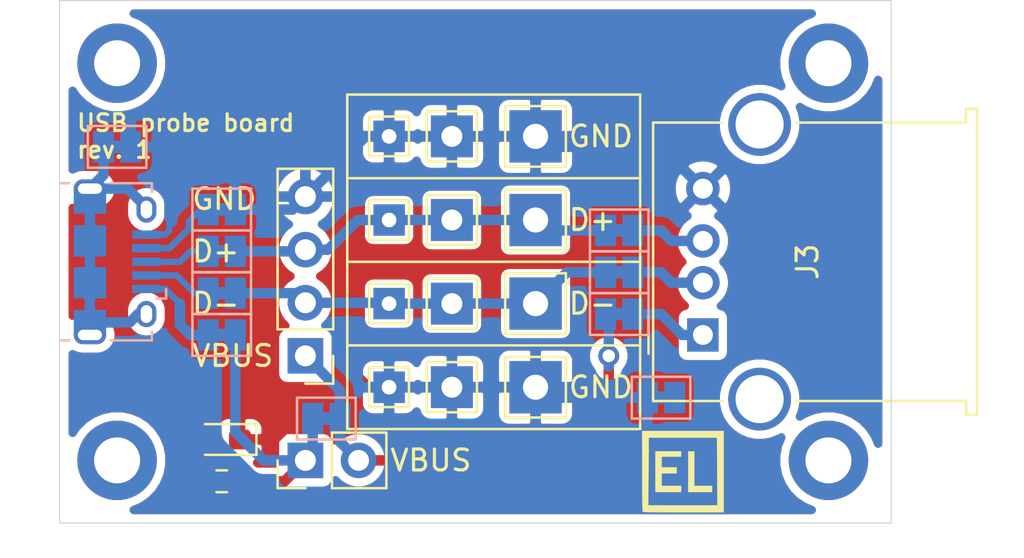
<source format=kicad_pcb>
(kicad_pcb (version 20171130) (host pcbnew 5.1.10-1.fc34)

  (general
    (thickness 1.6)
    (drawings 22)
    (tracks 102)
    (zones 0)
    (modules 34)
    (nets 16)
  )

  (page A4)
  (layers
    (0 F.Cu signal)
    (31 B.Cu signal)
    (32 B.Adhes user)
    (33 F.Adhes user)
    (34 B.Paste user)
    (35 F.Paste user)
    (36 B.SilkS user)
    (37 F.SilkS user)
    (38 B.Mask user)
    (39 F.Mask user)
    (40 Dwgs.User user)
    (41 Cmts.User user)
    (42 Eco1.User user)
    (43 Eco2.User user)
    (44 Edge.Cuts user)
    (45 Margin user)
    (46 B.CrtYd user)
    (47 F.CrtYd user)
    (48 B.Fab user)
    (49 F.Fab user)
  )

  (setup
    (last_trace_width 0.5)
    (trace_clearance 0.2)
    (zone_clearance 0.508)
    (zone_45_only no)
    (trace_min 0.2)
    (via_size 1)
    (via_drill 0.6)
    (via_min_size 0.4)
    (via_min_drill 0.3)
    (uvia_size 0.3)
    (uvia_drill 0.1)
    (uvias_allowed no)
    (uvia_min_size 0.2)
    (uvia_min_drill 0.1)
    (edge_width 0.05)
    (segment_width 0.2)
    (pcb_text_width 0.3)
    (pcb_text_size 1.5 1.5)
    (mod_edge_width 0.12)
    (mod_text_size 1 1)
    (mod_text_width 0.15)
    (pad_size 1.524 1.524)
    (pad_drill 0.762)
    (pad_to_mask_clearance 0)
    (aux_axis_origin 0 0)
    (visible_elements FFFDFF7F)
    (pcbplotparams
      (layerselection 0x010fc_ffffffff)
      (usegerberextensions false)
      (usegerberattributes true)
      (usegerberadvancedattributes true)
      (creategerberjobfile true)
      (excludeedgelayer true)
      (linewidth 0.100000)
      (plotframeref false)
      (viasonmask false)
      (mode 1)
      (useauxorigin false)
      (hpglpennumber 1)
      (hpglpenspeed 20)
      (hpglpendiameter 15.000000)
      (psnegative false)
      (psa4output false)
      (plotreference true)
      (plotvalue true)
      (plotinvisibletext false)
      (padsonsilk false)
      (subtractmaskfromsilk false)
      (outputformat 1)
      (mirror false)
      (drillshape 1)
      (scaleselection 1)
      (outputdirectory ""))
  )

  (net 0 "")
  (net 1 /VBUS)
  (net 2 /DM)
  (net 3 /DP)
  (net 4 "Net-(J1-Pad4)")
  (net 5 GND)
  (net 6 "Net-(J1-Pad6)")
  (net 7 "Net-(J3-Pad5)")
  (net 8 /O_VBUS)
  (net 9 /O_DM)
  (net 10 /O_DP)
  (net 11 /DP_PROBE)
  (net 12 /DM_PROBE)
  (net 13 /VBUS_PROBE)
  (net 14 "Net-(D1-Pad2)")
  (net 15 /VBUS_IN)

  (net_class Default "This is the default net class."
    (clearance 0.2)
    (trace_width 0.5)
    (via_dia 1)
    (via_drill 0.6)
    (uvia_dia 0.3)
    (uvia_drill 0.1)
    (add_net /DM_PROBE)
    (add_net /DP_PROBE)
    (add_net /O_DM)
    (add_net /O_DP)
    (add_net /O_VBUS)
    (add_net /VBUS)
    (add_net /VBUS_IN)
    (add_net /VBUS_PROBE)
    (add_net GND)
    (add_net "Net-(D1-Pad2)")
    (add_net "Net-(J1-Pad6)")
    (add_net "Net-(J3-Pad5)")
  )

  (net_class small ""
    (clearance 0.1)
    (trace_width 0.3)
    (via_dia 1)
    (via_drill 0.6)
    (uvia_dia 0.3)
    (uvia_drill 0.1)
    (add_net /DM)
    (add_net /DP)
    (add_net "Net-(J1-Pad4)")
  )

  (module elemental:elemental-4mm-mask (layer B.Cu) (tedit 0) (tstamp 60FA1478)
    (at 168.5 83.5)
    (fp_text reference G*** (at 0 0) (layer B.SilkS) hide
      (effects (font (size 1.524 1.524) (thickness 0.3)) (justify mirror))
    )
    (fp_text value LOGO (at 0.75 0) (layer B.SilkS) hide
      (effects (font (size 1.524 1.524) (thickness 0.3)) (justify mirror))
    )
    (fp_poly (pts (xy 1.989666 -1.989667) (xy 0.070555 -1.989667) (xy -0.324633 -1.989063) (xy -0.69361 -1.987334)
      (xy -1.027793 -1.984605) (xy -1.318598 -1.981) (xy -1.557443 -1.976644) (xy -1.735743 -1.97166)
      (xy -1.844915 -1.966173) (xy -1.876778 -1.961445) (xy -1.882581 -1.91458) (xy -1.887982 -1.791632)
      (xy -1.891581 -1.651) (xy -1.609673 -1.651) (xy 1.694339 -1.651) (xy 1.683253 -0.03175)
      (xy 1.672166 1.5875) (xy -1.5875 1.5875) (xy -1.598587 -0.03175) (xy -1.609673 -1.651)
      (xy -1.891581 -1.651) (xy -1.892856 -1.601185) (xy -1.89708 -1.351823) (xy -1.900528 -1.052127)
      (xy -1.903077 -0.710683) (xy -1.904601 -0.336073) (xy -1.905 -0.014111) (xy -1.905 1.905)
      (xy 1.989666 1.905) (xy 1.989666 -1.989667)) (layer B.Mask) (width 0.01))
    (fp_poly (pts (xy -0.042334 0.677333) (xy -0.973667 0.677333) (xy -0.973667 0.169333) (xy -0.254 0.169333)
      (xy -0.254 -0.127) (xy -0.973667 -0.127) (xy -0.973667 -0.719667) (xy -0.042334 -0.719667)
      (xy -0.042334 -1.016) (xy -1.27 -1.016) (xy -1.27 0.931333) (xy -0.042334 0.931333)
      (xy -0.042334 0.677333)) (layer B.Mask) (width 0.01))
    (fp_poly (pts (xy 0.592666 -0.719667) (xy 1.439333 -0.719667) (xy 1.439333 -1.016) (xy 0.296333 -1.016)
      (xy 0.296333 0.931333) (xy 0.592666 0.931333) (xy 0.592666 -0.719667)) (layer B.Mask) (width 0.01))
  )

  (module elemental:elemental-4mm (layer F.Cu) (tedit 0) (tstamp 60FA13FF)
    (at 163 93.5)
    (fp_text reference G*** (at 0 0) (layer F.SilkS) hide
      (effects (font (size 1.524 1.524) (thickness 0.3)))
    )
    (fp_text value LOGO (at 0.75 0) (layer F.SilkS) hide
      (effects (font (size 1.524 1.524) (thickness 0.3)))
    )
    (fp_poly (pts (xy 1.989666 1.989667) (xy 0.070555 1.989667) (xy -0.324633 1.989063) (xy -0.69361 1.987334)
      (xy -1.027793 1.984605) (xy -1.318598 1.981) (xy -1.557443 1.976644) (xy -1.735743 1.97166)
      (xy -1.844915 1.966173) (xy -1.876778 1.961445) (xy -1.882581 1.91458) (xy -1.887982 1.791632)
      (xy -1.891581 1.651) (xy -1.609673 1.651) (xy 1.694339 1.651) (xy 1.683253 0.03175)
      (xy 1.672166 -1.5875) (xy -1.5875 -1.5875) (xy -1.598587 0.03175) (xy -1.609673 1.651)
      (xy -1.891581 1.651) (xy -1.892856 1.601185) (xy -1.89708 1.351823) (xy -1.900528 1.052127)
      (xy -1.903077 0.710683) (xy -1.904601 0.336073) (xy -1.905 0.014111) (xy -1.905 -1.905)
      (xy 1.989666 -1.905) (xy 1.989666 1.989667)) (layer F.SilkS) (width 0.01))
    (fp_poly (pts (xy -0.042334 -0.677333) (xy -0.973667 -0.677333) (xy -0.973667 -0.169333) (xy -0.254 -0.169333)
      (xy -0.254 0.127) (xy -0.973667 0.127) (xy -0.973667 0.719667) (xy -0.042334 0.719667)
      (xy -0.042334 1.016) (xy -1.27 1.016) (xy -1.27 -0.931333) (xy -0.042334 -0.931333)
      (xy -0.042334 -0.677333)) (layer F.SilkS) (width 0.01))
    (fp_poly (pts (xy 0.592666 0.719667) (xy 1.439333 0.719667) (xy 1.439333 1.016) (xy 0.296333 1.016)
      (xy 0.296333 -0.931333) (xy 0.592666 -0.931333) (xy 0.592666 0.719667)) (layer F.SilkS) (width 0.01))
  )

  (module Resistor_SMD:R_0603_1608Metric_Pad0.98x0.95mm_HandSolder (layer F.Cu) (tedit 5F68FEEE) (tstamp 60FA0DE7)
    (at 141 94 180)
    (descr "Resistor SMD 0603 (1608 Metric), square (rectangular) end terminal, IPC_7351 nominal with elongated pad for handsoldering. (Body size source: IPC-SM-782 page 72, https://www.pcb-3d.com/wordpress/wp-content/uploads/ipc-sm-782a_amendment_1_and_2.pdf), generated with kicad-footprint-generator")
    (tags "resistor handsolder")
    (path /61012058)
    (attr smd)
    (fp_text reference R11 (at 0 -1.43) (layer F.SilkS) hide
      (effects (font (size 1 1) (thickness 0.15)))
    )
    (fp_text value R (at 0 1.43) (layer F.Fab)
      (effects (font (size 1 1) (thickness 0.15)))
    )
    (fp_text user %R (at 0 0) (layer F.Fab)
      (effects (font (size 0.4 0.4) (thickness 0.06)))
    )
    (fp_line (start -0.8 0.4125) (end -0.8 -0.4125) (layer F.Fab) (width 0.1))
    (fp_line (start -0.8 -0.4125) (end 0.8 -0.4125) (layer F.Fab) (width 0.1))
    (fp_line (start 0.8 -0.4125) (end 0.8 0.4125) (layer F.Fab) (width 0.1))
    (fp_line (start 0.8 0.4125) (end -0.8 0.4125) (layer F.Fab) (width 0.1))
    (fp_line (start -0.254724 -0.5225) (end 0.254724 -0.5225) (layer F.SilkS) (width 0.12))
    (fp_line (start -0.254724 0.5225) (end 0.254724 0.5225) (layer F.SilkS) (width 0.12))
    (fp_line (start -1.65 0.73) (end -1.65 -0.73) (layer F.CrtYd) (width 0.05))
    (fp_line (start -1.65 -0.73) (end 1.65 -0.73) (layer F.CrtYd) (width 0.05))
    (fp_line (start 1.65 -0.73) (end 1.65 0.73) (layer F.CrtYd) (width 0.05))
    (fp_line (start 1.65 0.73) (end -1.65 0.73) (layer F.CrtYd) (width 0.05))
    (pad 2 smd roundrect (at 0.9125 0 180) (size 0.975 0.95) (layers F.Cu F.Paste F.Mask) (roundrect_rratio 0.25)
      (net 14 "Net-(D1-Pad2)"))
    (pad 1 smd roundrect (at -0.9125 0 180) (size 0.975 0.95) (layers F.Cu F.Paste F.Mask) (roundrect_rratio 0.25)
      (net 15 /VBUS_IN))
    (model ${KISYS3DMOD}/Resistor_SMD.3dshapes/R_0603_1608Metric.wrl
      (at (xyz 0 0 0))
      (scale (xyz 1 1 1))
      (rotate (xyz 0 0 0))
    )
  )

  (module Jumper:SolderJumper-2_P1.3mm_Bridged_Pad1.0x1.5mm (layer B.Cu) (tedit 5C756AB2) (tstamp 60FA0265)
    (at 146 91 180)
    (descr "SMD Solder Jumper, 1x1.5mm Pads, 0.3mm gap, bridged with 1 copper strip")
    (tags "solder jumper open")
    (path /6100F803)
    (attr virtual)
    (fp_text reference R10 (at 0 1.8) (layer B.SilkS) hide
      (effects (font (size 1 1) (thickness 0.15)) (justify mirror))
    )
    (fp_text value R (at 0 -1.9) (layer B.Fab)
      (effects (font (size 1 1) (thickness 0.15)) (justify mirror))
    )
    (fp_line (start -1.4 -1) (end -1.4 1) (layer B.SilkS) (width 0.12))
    (fp_line (start 1.4 -1) (end -1.4 -1) (layer B.SilkS) (width 0.12))
    (fp_line (start 1.4 1) (end 1.4 -1) (layer B.SilkS) (width 0.12))
    (fp_line (start -1.4 1) (end 1.4 1) (layer B.SilkS) (width 0.12))
    (fp_line (start -1.65 1.25) (end 1.65 1.25) (layer B.CrtYd) (width 0.05))
    (fp_line (start -1.65 1.25) (end -1.65 -1.25) (layer B.CrtYd) (width 0.05))
    (fp_line (start 1.65 -1.25) (end 1.65 1.25) (layer B.CrtYd) (width 0.05))
    (fp_line (start 1.65 -1.25) (end -1.65 -1.25) (layer B.CrtYd) (width 0.05))
    (fp_poly (pts (xy -0.25 0.3) (xy 0.25 0.3) (xy 0.25 -0.3) (xy -0.25 -0.3)) (layer B.Cu) (width 0))
    (pad 2 smd rect (at 0.65 0 180) (size 1 1.5) (layers B.Cu B.Mask)
      (net 15 /VBUS_IN))
    (pad 1 smd rect (at -0.65 0 180) (size 1 1.5) (layers B.Cu B.Mask)
      (net 13 /VBUS_PROBE))
  )

  (module LED_SMD:LED_0603_1608Metric_Pad1.05x0.95mm_HandSolder (layer F.Cu) (tedit 5F68FEF1) (tstamp 60FA0022)
    (at 141 92 180)
    (descr "LED SMD 0603 (1608 Metric), square (rectangular) end terminal, IPC_7351 nominal, (Body size source: http://www.tortai-tech.com/upload/download/2011102023233369053.pdf), generated with kicad-footprint-generator")
    (tags "LED handsolder")
    (path /61012A37)
    (attr smd)
    (fp_text reference D1 (at 0 -1.43) (layer F.SilkS) hide
      (effects (font (size 1 1) (thickness 0.15)))
    )
    (fp_text value LED (at 0 1.43) (layer F.Fab)
      (effects (font (size 1 1) (thickness 0.15)))
    )
    (fp_text user %R (at 0 0) (layer F.Fab)
      (effects (font (size 0.4 0.4) (thickness 0.06)))
    )
    (fp_line (start 0.8 -0.4) (end -0.5 -0.4) (layer F.Fab) (width 0.1))
    (fp_line (start -0.5 -0.4) (end -0.8 -0.1) (layer F.Fab) (width 0.1))
    (fp_line (start -0.8 -0.1) (end -0.8 0.4) (layer F.Fab) (width 0.1))
    (fp_line (start -0.8 0.4) (end 0.8 0.4) (layer F.Fab) (width 0.1))
    (fp_line (start 0.8 0.4) (end 0.8 -0.4) (layer F.Fab) (width 0.1))
    (fp_line (start 0.8 -0.735) (end -1.66 -0.735) (layer F.SilkS) (width 0.12))
    (fp_line (start -1.66 -0.735) (end -1.66 0.735) (layer F.SilkS) (width 0.12))
    (fp_line (start -1.66 0.735) (end 0.8 0.735) (layer F.SilkS) (width 0.12))
    (fp_line (start -1.65 0.73) (end -1.65 -0.73) (layer F.CrtYd) (width 0.05))
    (fp_line (start -1.65 -0.73) (end 1.65 -0.73) (layer F.CrtYd) (width 0.05))
    (fp_line (start 1.65 -0.73) (end 1.65 0.73) (layer F.CrtYd) (width 0.05))
    (fp_line (start 1.65 0.73) (end -1.65 0.73) (layer F.CrtYd) (width 0.05))
    (pad 2 smd roundrect (at 0.875 0 180) (size 1.05 0.95) (layers F.Cu F.Paste F.Mask) (roundrect_rratio 0.25)
      (net 14 "Net-(D1-Pad2)"))
    (pad 1 smd roundrect (at -0.875 0 180) (size 1.05 0.95) (layers F.Cu F.Paste F.Mask) (roundrect_rratio 0.25)
      (net 5 GND))
    (model ${KISYS3DMOD}/LED_SMD.3dshapes/LED_0603_1608Metric.wrl
      (at (xyz 0 0 0))
      (scale (xyz 1 1 1))
      (rotate (xyz 0 0 0))
    )
  )

  (module Jumper:SolderJumper-2_P1.3mm_Bridged_Pad1.0x1.5mm (layer B.Cu) (tedit 5C756AB2) (tstamp 60F9AEEB)
    (at 162 90 180)
    (descr "SMD Solder Jumper, 1x1.5mm Pads, 0.3mm gap, bridged with 1 copper strip")
    (tags "solder jumper open")
    (path /60F9D631)
    (attr virtual)
    (fp_text reference R9 (at 0 1.8) (layer B.SilkS) hide
      (effects (font (size 1 1) (thickness 0.15)) (justify mirror))
    )
    (fp_text value R (at 0 -1.9) (layer B.Fab)
      (effects (font (size 1 1) (thickness 0.15)) (justify mirror))
    )
    (fp_line (start -1.4 -1) (end -1.4 1) (layer B.SilkS) (width 0.12))
    (fp_line (start 1.4 -1) (end -1.4 -1) (layer B.SilkS) (width 0.12))
    (fp_line (start 1.4 1) (end 1.4 -1) (layer B.SilkS) (width 0.12))
    (fp_line (start -1.4 1) (end 1.4 1) (layer B.SilkS) (width 0.12))
    (fp_line (start -1.65 1.25) (end 1.65 1.25) (layer B.CrtYd) (width 0.05))
    (fp_line (start -1.65 1.25) (end -1.65 -1.25) (layer B.CrtYd) (width 0.05))
    (fp_line (start 1.65 -1.25) (end 1.65 1.25) (layer B.CrtYd) (width 0.05))
    (fp_line (start 1.65 -1.25) (end -1.65 -1.25) (layer B.CrtYd) (width 0.05))
    (fp_poly (pts (xy -0.25 0.3) (xy 0.25 0.3) (xy 0.25 -0.3) (xy -0.25 -0.3)) (layer B.Cu) (width 0))
    (pad 2 smd rect (at 0.65 0 180) (size 1 1.5) (layers B.Cu B.Mask)
      (net 5 GND))
    (pad 1 smd rect (at -0.65 0 180) (size 1 1.5) (layers B.Cu B.Mask)
      (net 7 "Net-(J3-Pad5)"))
  )

  (module Jumper:SolderJumper-2_P1.3mm_Bridged_Pad1.0x1.5mm (layer B.Cu) (tedit 5C756AB2) (tstamp 60F9D9C4)
    (at 160 84 180)
    (descr "SMD Solder Jumper, 1x1.5mm Pads, 0.3mm gap, bridged with 1 copper strip")
    (tags "solder jumper open")
    (path /60FA6C3E)
    (attr virtual)
    (fp_text reference R8 (at 0 1.8) (layer B.SilkS) hide
      (effects (font (size 1 1) (thickness 0.15)) (justify mirror))
    )
    (fp_text value R (at 0 -1.9) (layer B.Fab)
      (effects (font (size 1 1) (thickness 0.15)) (justify mirror))
    )
    (fp_line (start -1.4 -1) (end -1.4 1) (layer B.SilkS) (width 0.12))
    (fp_line (start 1.4 -1) (end -1.4 -1) (layer B.SilkS) (width 0.12))
    (fp_line (start 1.4 1) (end 1.4 -1) (layer B.SilkS) (width 0.12))
    (fp_line (start -1.4 1) (end 1.4 1) (layer B.SilkS) (width 0.12))
    (fp_line (start -1.65 1.25) (end 1.65 1.25) (layer B.CrtYd) (width 0.05))
    (fp_line (start -1.65 1.25) (end -1.65 -1.25) (layer B.CrtYd) (width 0.05))
    (fp_line (start 1.65 -1.25) (end 1.65 1.25) (layer B.CrtYd) (width 0.05))
    (fp_line (start 1.65 -1.25) (end -1.65 -1.25) (layer B.CrtYd) (width 0.05))
    (fp_poly (pts (xy -0.25 0.3) (xy 0.25 0.3) (xy 0.25 -0.3) (xy -0.25 -0.3)) (layer B.Cu) (width 0))
    (pad 2 smd rect (at 0.65 0 180) (size 1 1.5) (layers B.Cu B.Mask)
      (net 12 /DM_PROBE))
    (pad 1 smd rect (at -0.65 0 180) (size 1 1.5) (layers B.Cu B.Mask)
      (net 9 /O_DM))
  )

  (module Jumper:SolderJumper-2_P1.3mm_Bridged_Pad1.0x1.5mm (layer B.Cu) (tedit 5C756AB2) (tstamp 60F9D9F4)
    (at 160 82 180)
    (descr "SMD Solder Jumper, 1x1.5mm Pads, 0.3mm gap, bridged with 1 copper strip")
    (tags "solder jumper open")
    (path /60FA6C34)
    (attr virtual)
    (fp_text reference R7 (at 0 1.8) (layer B.SilkS) hide
      (effects (font (size 1 1) (thickness 0.15)) (justify mirror))
    )
    (fp_text value R (at 0 -1.9) (layer B.Fab)
      (effects (font (size 1 1) (thickness 0.15)) (justify mirror))
    )
    (fp_line (start -1.4 -1) (end -1.4 1) (layer B.SilkS) (width 0.12))
    (fp_line (start 1.4 -1) (end -1.4 -1) (layer B.SilkS) (width 0.12))
    (fp_line (start 1.4 1) (end 1.4 -1) (layer B.SilkS) (width 0.12))
    (fp_line (start -1.4 1) (end 1.4 1) (layer B.SilkS) (width 0.12))
    (fp_line (start -1.65 1.25) (end 1.65 1.25) (layer B.CrtYd) (width 0.05))
    (fp_line (start -1.65 1.25) (end -1.65 -1.25) (layer B.CrtYd) (width 0.05))
    (fp_line (start 1.65 -1.25) (end 1.65 1.25) (layer B.CrtYd) (width 0.05))
    (fp_line (start 1.65 -1.25) (end -1.65 -1.25) (layer B.CrtYd) (width 0.05))
    (fp_poly (pts (xy -0.25 0.3) (xy 0.25 0.3) (xy 0.25 -0.3) (xy -0.25 -0.3)) (layer B.Cu) (width 0))
    (pad 2 smd rect (at 0.65 0 180) (size 1 1.5) (layers B.Cu B.Mask)
      (net 11 /DP_PROBE))
    (pad 1 smd rect (at -0.65 0 180) (size 1 1.5) (layers B.Cu B.Mask)
      (net 10 /O_DP))
  )

  (module Jumper:SolderJumper-2_P1.3mm_Bridged_Pad1.0x1.5mm (layer B.Cu) (tedit 5C756AB2) (tstamp 60F9DA24)
    (at 160 86 180)
    (descr "SMD Solder Jumper, 1x1.5mm Pads, 0.3mm gap, bridged with 1 copper strip")
    (tags "solder jumper open")
    (path /60FA6B40)
    (attr virtual)
    (fp_text reference R6 (at 0 1.8) (layer B.SilkS) hide
      (effects (font (size 1 1) (thickness 0.15)) (justify mirror))
    )
    (fp_text value R (at 0 -1.9) (layer B.Fab)
      (effects (font (size 1 1) (thickness 0.15)) (justify mirror))
    )
    (fp_line (start -1.4 -1) (end -1.4 1) (layer B.SilkS) (width 0.12))
    (fp_line (start 1.4 -1) (end -1.4 -1) (layer B.SilkS) (width 0.12))
    (fp_line (start 1.4 1) (end 1.4 -1) (layer B.SilkS) (width 0.12))
    (fp_line (start -1.4 1) (end 1.4 1) (layer B.SilkS) (width 0.12))
    (fp_line (start -1.65 1.25) (end 1.65 1.25) (layer B.CrtYd) (width 0.05))
    (fp_line (start -1.65 1.25) (end -1.65 -1.25) (layer B.CrtYd) (width 0.05))
    (fp_line (start 1.65 -1.25) (end 1.65 1.25) (layer B.CrtYd) (width 0.05))
    (fp_line (start 1.65 -1.25) (end -1.65 -1.25) (layer B.CrtYd) (width 0.05))
    (fp_poly (pts (xy -0.25 0.3) (xy 0.25 0.3) (xy 0.25 -0.3) (xy -0.25 -0.3)) (layer B.Cu) (width 0))
    (pad 2 smd rect (at 0.65 0 180) (size 1 1.5) (layers B.Cu B.Mask)
      (net 13 /VBUS_PROBE))
    (pad 1 smd rect (at -0.65 0 180) (size 1 1.5) (layers B.Cu B.Mask)
      (net 8 /O_VBUS))
  )

  (module Jumper:SolderJumper-2_P1.3mm_Bridged_Pad1.0x1.5mm (layer B.Cu) (tedit 5C756AB2) (tstamp 60F99993)
    (at 141 85 180)
    (descr "SMD Solder Jumper, 1x1.5mm Pads, 0.3mm gap, bridged with 1 copper strip")
    (tags "solder jumper open")
    (path /60FA6803)
    (attr virtual)
    (fp_text reference R5 (at 0 1.8) (layer B.SilkS) hide
      (effects (font (size 1 1) (thickness 0.15)) (justify mirror))
    )
    (fp_text value R (at 0 -1.9) (layer B.Fab)
      (effects (font (size 1 1) (thickness 0.15)) (justify mirror))
    )
    (fp_line (start -1.4 -1) (end -1.4 1) (layer B.SilkS) (width 0.12))
    (fp_line (start 1.4 -1) (end -1.4 -1) (layer B.SilkS) (width 0.12))
    (fp_line (start 1.4 1) (end 1.4 -1) (layer B.SilkS) (width 0.12))
    (fp_line (start -1.4 1) (end 1.4 1) (layer B.SilkS) (width 0.12))
    (fp_line (start -1.65 1.25) (end 1.65 1.25) (layer B.CrtYd) (width 0.05))
    (fp_line (start -1.65 1.25) (end -1.65 -1.25) (layer B.CrtYd) (width 0.05))
    (fp_line (start 1.65 -1.25) (end 1.65 1.25) (layer B.CrtYd) (width 0.05))
    (fp_line (start 1.65 -1.25) (end -1.65 -1.25) (layer B.CrtYd) (width 0.05))
    (fp_poly (pts (xy -0.25 0.3) (xy 0.25 0.3) (xy 0.25 -0.3) (xy -0.25 -0.3)) (layer B.Cu) (width 0))
    (pad 2 smd rect (at 0.65 0 180) (size 1 1.5) (layers B.Cu B.Mask)
      (net 2 /DM))
    (pad 1 smd rect (at -0.65 0 180) (size 1 1.5) (layers B.Cu B.Mask)
      (net 12 /DM_PROBE))
  )

  (module Jumper:SolderJumper-2_P1.3mm_Bridged_Pad1.0x1.5mm (layer B.Cu) (tedit 5C756AB2) (tstamp 60F99963)
    (at 141 83 180)
    (descr "SMD Solder Jumper, 1x1.5mm Pads, 0.3mm gap, bridged with 1 copper strip")
    (tags "solder jumper open")
    (path /60FA64CE)
    (attr virtual)
    (fp_text reference R4 (at 0 1.8) (layer B.SilkS) hide
      (effects (font (size 1 1) (thickness 0.15)) (justify mirror))
    )
    (fp_text value R (at 0 -1.9) (layer B.Fab)
      (effects (font (size 1 1) (thickness 0.15)) (justify mirror))
    )
    (fp_line (start -1.4 -1) (end -1.4 1) (layer B.SilkS) (width 0.12))
    (fp_line (start 1.4 -1) (end -1.4 -1) (layer B.SilkS) (width 0.12))
    (fp_line (start 1.4 1) (end 1.4 -1) (layer B.SilkS) (width 0.12))
    (fp_line (start -1.4 1) (end 1.4 1) (layer B.SilkS) (width 0.12))
    (fp_line (start -1.65 1.25) (end 1.65 1.25) (layer B.CrtYd) (width 0.05))
    (fp_line (start -1.65 1.25) (end -1.65 -1.25) (layer B.CrtYd) (width 0.05))
    (fp_line (start 1.65 -1.25) (end 1.65 1.25) (layer B.CrtYd) (width 0.05))
    (fp_line (start 1.65 -1.25) (end -1.65 -1.25) (layer B.CrtYd) (width 0.05))
    (fp_poly (pts (xy -0.25 0.3) (xy 0.25 0.3) (xy 0.25 -0.3) (xy -0.25 -0.3)) (layer B.Cu) (width 0))
    (pad 2 smd rect (at 0.65 0 180) (size 1 1.5) (layers B.Cu B.Mask)
      (net 3 /DP))
    (pad 1 smd rect (at -0.65 0 180) (size 1 1.5) (layers B.Cu B.Mask)
      (net 11 /DP_PROBE))
  )

  (module Jumper:SolderJumper-2_P1.3mm_Bridged_Pad1.0x1.5mm (layer B.Cu) (tedit 5C756AB2) (tstamp 60F99933)
    (at 141 87 180)
    (descr "SMD Solder Jumper, 1x1.5mm Pads, 0.3mm gap, bridged with 1 copper strip")
    (tags "solder jumper open")
    (path /60FA571D)
    (attr virtual)
    (fp_text reference R3 (at 0 1.8) (layer B.SilkS) hide
      (effects (font (size 1 1) (thickness 0.15)) (justify mirror))
    )
    (fp_text value R (at 0 -1.9) (layer B.Fab)
      (effects (font (size 1 1) (thickness 0.15)) (justify mirror))
    )
    (fp_line (start -1.4 -1) (end -1.4 1) (layer B.SilkS) (width 0.12))
    (fp_line (start 1.4 -1) (end -1.4 -1) (layer B.SilkS) (width 0.12))
    (fp_line (start 1.4 1) (end 1.4 -1) (layer B.SilkS) (width 0.12))
    (fp_line (start -1.4 1) (end 1.4 1) (layer B.SilkS) (width 0.12))
    (fp_line (start -1.65 1.25) (end 1.65 1.25) (layer B.CrtYd) (width 0.05))
    (fp_line (start -1.65 1.25) (end -1.65 -1.25) (layer B.CrtYd) (width 0.05))
    (fp_line (start 1.65 -1.25) (end 1.65 1.25) (layer B.CrtYd) (width 0.05))
    (fp_line (start 1.65 -1.25) (end -1.65 -1.25) (layer B.CrtYd) (width 0.05))
    (fp_poly (pts (xy -0.25 0.3) (xy 0.25 0.3) (xy 0.25 -0.3) (xy -0.25 -0.3)) (layer B.Cu) (width 0))
    (pad 2 smd rect (at 0.65 0 180) (size 1 1.5) (layers B.Cu B.Mask)
      (net 1 /VBUS))
    (pad 1 smd rect (at -0.65 0 180) (size 1 1.5) (layers B.Cu B.Mask)
      (net 15 /VBUS_IN))
  )

  (module Jumper:SolderJumper-2_P1.3mm_Bridged_Pad1.0x1.5mm (layer B.Cu) (tedit 5C756AB2) (tstamp 60F99BCD)
    (at 141 81)
    (descr "SMD Solder Jumper, 1x1.5mm Pads, 0.3mm gap, bridged with 1 copper strip")
    (tags "solder jumper open")
    (path /60F9E624)
    (attr virtual)
    (fp_text reference R2 (at 0 1.8) (layer B.SilkS) hide
      (effects (font (size 1 1) (thickness 0.15)) (justify mirror))
    )
    (fp_text value R (at 0 -1.9) (layer B.Fab)
      (effects (font (size 1 1) (thickness 0.15)) (justify mirror))
    )
    (fp_line (start -1.4 -1) (end -1.4 1) (layer B.SilkS) (width 0.12))
    (fp_line (start 1.4 -1) (end -1.4 -1) (layer B.SilkS) (width 0.12))
    (fp_line (start 1.4 1) (end 1.4 -1) (layer B.SilkS) (width 0.12))
    (fp_line (start -1.4 1) (end 1.4 1) (layer B.SilkS) (width 0.12))
    (fp_line (start -1.65 1.25) (end 1.65 1.25) (layer B.CrtYd) (width 0.05))
    (fp_line (start -1.65 1.25) (end -1.65 -1.25) (layer B.CrtYd) (width 0.05))
    (fp_line (start 1.65 -1.25) (end 1.65 1.25) (layer B.CrtYd) (width 0.05))
    (fp_line (start 1.65 -1.25) (end -1.65 -1.25) (layer B.CrtYd) (width 0.05))
    (fp_poly (pts (xy -0.25 0.3) (xy 0.25 0.3) (xy 0.25 -0.3) (xy -0.25 -0.3)) (layer B.Cu) (width 0))
    (pad 2 smd rect (at 0.65 0) (size 1 1.5) (layers B.Cu B.Mask)
      (net 5 GND))
    (pad 1 smd rect (at -0.65 0) (size 1 1.5) (layers B.Cu B.Mask)
      (net 4 "Net-(J1-Pad4)"))
  )

  (module Jumper:SolderJumper-2_P1.3mm_Bridged_Pad1.0x1.5mm (layer B.Cu) (tedit 5C756AB2) (tstamp 60F9DB31)
    (at 136 78)
    (descr "SMD Solder Jumper, 1x1.5mm Pads, 0.3mm gap, bridged with 1 copper strip")
    (tags "solder jumper open")
    (path /60F9BC7C)
    (attr virtual)
    (fp_text reference R1 (at 0 1.8) (layer B.SilkS) hide
      (effects (font (size 1 1) (thickness 0.15)) (justify mirror))
    )
    (fp_text value R (at 0 -1.9) (layer B.Fab)
      (effects (font (size 1 1) (thickness 0.15)) (justify mirror))
    )
    (fp_line (start -1.4 -1) (end -1.4 1) (layer B.SilkS) (width 0.12))
    (fp_line (start 1.4 -1) (end -1.4 -1) (layer B.SilkS) (width 0.12))
    (fp_line (start 1.4 1) (end 1.4 -1) (layer B.SilkS) (width 0.12))
    (fp_line (start -1.4 1) (end 1.4 1) (layer B.SilkS) (width 0.12))
    (fp_line (start -1.65 1.25) (end 1.65 1.25) (layer B.CrtYd) (width 0.05))
    (fp_line (start -1.65 1.25) (end -1.65 -1.25) (layer B.CrtYd) (width 0.05))
    (fp_line (start 1.65 -1.25) (end 1.65 1.25) (layer B.CrtYd) (width 0.05))
    (fp_line (start 1.65 -1.25) (end -1.65 -1.25) (layer B.CrtYd) (width 0.05))
    (fp_poly (pts (xy -0.25 0.3) (xy 0.25 0.3) (xy 0.25 -0.3) (xy -0.25 -0.3)) (layer B.Cu) (width 0))
    (pad 2 smd rect (at 0.65 0) (size 1 1.5) (layers B.Cu B.Mask)
      (net 5 GND))
    (pad 1 smd rect (at -0.65 0) (size 1 1.5) (layers B.Cu B.Mask)
      (net 6 "Net-(J1-Pad6)"))
  )

  (module Connector_PinHeader_2.54mm:PinHeader_1x04_P2.54mm_Vertical (layer F.Cu) (tedit 59FED5CC) (tstamp 60F9D617)
    (at 145 88 180)
    (descr "Through hole straight pin header, 1x04, 2.54mm pitch, single row")
    (tags "Through hole pin header THT 1x04 2.54mm single row")
    (path /60FE62E1)
    (fp_text reference J4 (at 0 -2.33) (layer F.SilkS) hide
      (effects (font (size 1 1) (thickness 0.15)))
    )
    (fp_text value Conn_01x04 (at 0 9.95) (layer F.Fab)
      (effects (font (size 1 1) (thickness 0.15)))
    )
    (fp_text user %R (at 0 3.81 90) (layer F.Fab)
      (effects (font (size 1 1) (thickness 0.15)))
    )
    (fp_line (start -0.635 -1.27) (end 1.27 -1.27) (layer F.Fab) (width 0.1))
    (fp_line (start 1.27 -1.27) (end 1.27 8.89) (layer F.Fab) (width 0.1))
    (fp_line (start 1.27 8.89) (end -1.27 8.89) (layer F.Fab) (width 0.1))
    (fp_line (start -1.27 8.89) (end -1.27 -0.635) (layer F.Fab) (width 0.1))
    (fp_line (start -1.27 -0.635) (end -0.635 -1.27) (layer F.Fab) (width 0.1))
    (fp_line (start -1.33 8.95) (end 1.33 8.95) (layer F.SilkS) (width 0.12))
    (fp_line (start -1.33 1.27) (end -1.33 8.95) (layer F.SilkS) (width 0.12))
    (fp_line (start 1.33 1.27) (end 1.33 8.95) (layer F.SilkS) (width 0.12))
    (fp_line (start -1.33 1.27) (end 1.33 1.27) (layer F.SilkS) (width 0.12))
    (fp_line (start -1.33 0) (end -1.33 -1.33) (layer F.SilkS) (width 0.12))
    (fp_line (start -1.33 -1.33) (end 0 -1.33) (layer F.SilkS) (width 0.12))
    (fp_line (start -1.8 -1.8) (end -1.8 9.4) (layer F.CrtYd) (width 0.05))
    (fp_line (start -1.8 9.4) (end 1.8 9.4) (layer F.CrtYd) (width 0.05))
    (fp_line (start 1.8 9.4) (end 1.8 -1.8) (layer F.CrtYd) (width 0.05))
    (fp_line (start 1.8 -1.8) (end -1.8 -1.8) (layer F.CrtYd) (width 0.05))
    (pad 4 thru_hole oval (at 0 7.62 180) (size 1.7 1.7) (drill 1) (layers *.Cu *.Mask)
      (net 5 GND))
    (pad 3 thru_hole oval (at 0 5.08 180) (size 1.7 1.7) (drill 1) (layers *.Cu *.Mask)
      (net 11 /DP_PROBE))
    (pad 2 thru_hole oval (at 0 2.54 180) (size 1.7 1.7) (drill 1) (layers *.Cu *.Mask)
      (net 12 /DM_PROBE))
    (pad 1 thru_hole rect (at 0 0 180) (size 1.7 1.7) (drill 1) (layers *.Cu *.Mask)
      (net 13 /VBUS_PROBE))
    (model ${KISYS3DMOD}/Connector_PinHeader_2.54mm.3dshapes/PinHeader_1x04_P2.54mm_Vertical.wrl
      (at (xyz 0 0 0))
      (scale (xyz 1 1 1))
      (rotate (xyz 0 0 0))
    )
  )

  (module TestPoint:TestPoint_THTPad_2.5x2.5mm_Drill1.2mm (layer F.Cu) (tedit 5A0F774F) (tstamp 60F9C541)
    (at 156 77.5)
    (descr "THT rectangular pad as test Point, square 2.5mm side length, hole diameter 1.2mm")
    (tags "test point THT pad rectangle square")
    (path /60FCEED7)
    (attr virtual)
    (fp_text reference TP12 (at 0 -2.148) (layer F.SilkS) hide
      (effects (font (size 1 1) (thickness 0.15)))
    )
    (fp_text value TestPoint (at 0 2.25) (layer F.Fab)
      (effects (font (size 1 1) (thickness 0.15)))
    )
    (fp_text user %R (at 0 -2.15) (layer F.Fab)
      (effects (font (size 1 1) (thickness 0.15)))
    )
    (fp_line (start -1.45 -1.45) (end 1.45 -1.45) (layer F.SilkS) (width 0.12))
    (fp_line (start 1.45 -1.45) (end 1.45 1.45) (layer F.SilkS) (width 0.12))
    (fp_line (start 1.45 1.45) (end -1.45 1.45) (layer F.SilkS) (width 0.12))
    (fp_line (start -1.45 1.45) (end -1.45 -1.45) (layer F.SilkS) (width 0.12))
    (fp_line (start -1.75 -1.75) (end 1.75 -1.75) (layer F.CrtYd) (width 0.05))
    (fp_line (start -1.75 -1.75) (end -1.75 1.75) (layer F.CrtYd) (width 0.05))
    (fp_line (start 1.75 1.75) (end 1.75 -1.75) (layer F.CrtYd) (width 0.05))
    (fp_line (start 1.75 1.75) (end -1.75 1.75) (layer F.CrtYd) (width 0.05))
    (pad 1 thru_hole rect (at 0 0) (size 2.5 2.5) (drill 1.2) (layers *.Cu *.Mask)
      (net 5 GND))
  )

  (module TestPoint:TestPoint_THTPad_2.5x2.5mm_Drill1.2mm (layer F.Cu) (tedit 5A0F774F) (tstamp 60F9D50A)
    (at 156 89.5)
    (descr "THT rectangular pad as test Point, square 2.5mm side length, hole diameter 1.2mm")
    (tags "test point THT pad rectangle square")
    (path /60FCF0E9)
    (attr virtual)
    (fp_text reference TP11 (at 0 -2.148) (layer F.SilkS) hide
      (effects (font (size 1 1) (thickness 0.15)))
    )
    (fp_text value TestPoint (at 0 2.25) (layer F.Fab)
      (effects (font (size 1 1) (thickness 0.15)))
    )
    (fp_text user %R (at 0 -2.15) (layer F.Fab)
      (effects (font (size 1 1) (thickness 0.15)))
    )
    (fp_line (start -1.45 -1.45) (end 1.45 -1.45) (layer F.SilkS) (width 0.12))
    (fp_line (start 1.45 -1.45) (end 1.45 1.45) (layer F.SilkS) (width 0.12))
    (fp_line (start 1.45 1.45) (end -1.45 1.45) (layer F.SilkS) (width 0.12))
    (fp_line (start -1.45 1.45) (end -1.45 -1.45) (layer F.SilkS) (width 0.12))
    (fp_line (start -1.75 -1.75) (end 1.75 -1.75) (layer F.CrtYd) (width 0.05))
    (fp_line (start -1.75 -1.75) (end -1.75 1.75) (layer F.CrtYd) (width 0.05))
    (fp_line (start 1.75 1.75) (end 1.75 -1.75) (layer F.CrtYd) (width 0.05))
    (fp_line (start 1.75 1.75) (end -1.75 1.75) (layer F.CrtYd) (width 0.05))
    (pad 1 thru_hole rect (at 0 0) (size 2.5 2.5) (drill 1.2) (layers *.Cu *.Mask)
      (net 5 GND))
  )

  (module TestPoint:TestPoint_THTPad_2.0x2.0mm_Drill1.0mm (layer F.Cu) (tedit 5A0F774F) (tstamp 60F9C525)
    (at 152 77.5)
    (descr "THT rectangular pad as test Point, square 2.0mm_Drill1.0mm  side length, hole diameter 1.0mm")
    (tags "test point THT pad rectangle square")
    (path /60FCAFE0)
    (attr virtual)
    (fp_text reference TP10 (at 0 -1.998) (layer F.SilkS) hide
      (effects (font (size 1 1) (thickness 0.15)))
    )
    (fp_text value TestPoint (at 0 2.05) (layer F.Fab)
      (effects (font (size 1 1) (thickness 0.15)))
    )
    (fp_text user %R (at 0 -2) (layer F.Fab)
      (effects (font (size 1 1) (thickness 0.15)))
    )
    (fp_line (start -1.2 -1.2) (end 1.2 -1.2) (layer F.SilkS) (width 0.12))
    (fp_line (start 1.2 -1.2) (end 1.2 1.2) (layer F.SilkS) (width 0.12))
    (fp_line (start 1.2 1.2) (end -1.2 1.2) (layer F.SilkS) (width 0.12))
    (fp_line (start -1.2 1.2) (end -1.2 -1.2) (layer F.SilkS) (width 0.12))
    (fp_line (start -1.5 -1.5) (end 1.5 -1.5) (layer F.CrtYd) (width 0.05))
    (fp_line (start -1.5 -1.5) (end -1.5 1.5) (layer F.CrtYd) (width 0.05))
    (fp_line (start 1.5 1.5) (end 1.5 -1.5) (layer F.CrtYd) (width 0.05))
    (fp_line (start 1.5 1.5) (end -1.5 1.5) (layer F.CrtYd) (width 0.05))
    (pad 1 thru_hole rect (at 0 0) (size 2 2) (drill 1) (layers *.Cu *.Mask)
      (net 5 GND))
  )

  (module TestPoint:TestPoint_THTPad_2.0x2.0mm_Drill1.0mm (layer F.Cu) (tedit 5A0F774F) (tstamp 60F9D4E3)
    (at 152 89.5)
    (descr "THT rectangular pad as test Point, square 2.0mm_Drill1.0mm  side length, hole diameter 1.0mm")
    (tags "test point THT pad rectangle square")
    (path /60FCB1D6)
    (attr virtual)
    (fp_text reference TP9 (at 0 -1.998) (layer F.SilkS) hide
      (effects (font (size 1 1) (thickness 0.15)))
    )
    (fp_text value TestPoint (at 0 2.05) (layer F.Fab)
      (effects (font (size 1 1) (thickness 0.15)))
    )
    (fp_text user %R (at 0 -2) (layer F.Fab)
      (effects (font (size 1 1) (thickness 0.15)))
    )
    (fp_line (start -1.2 -1.2) (end 1.2 -1.2) (layer F.SilkS) (width 0.12))
    (fp_line (start 1.2 -1.2) (end 1.2 1.2) (layer F.SilkS) (width 0.12))
    (fp_line (start 1.2 1.2) (end -1.2 1.2) (layer F.SilkS) (width 0.12))
    (fp_line (start -1.2 1.2) (end -1.2 -1.2) (layer F.SilkS) (width 0.12))
    (fp_line (start -1.5 -1.5) (end 1.5 -1.5) (layer F.CrtYd) (width 0.05))
    (fp_line (start -1.5 -1.5) (end -1.5 1.5) (layer F.CrtYd) (width 0.05))
    (fp_line (start 1.5 1.5) (end 1.5 -1.5) (layer F.CrtYd) (width 0.05))
    (fp_line (start 1.5 1.5) (end -1.5 1.5) (layer F.CrtYd) (width 0.05))
    (pad 1 thru_hole rect (at 0 0) (size 2 2) (drill 1) (layers *.Cu *.Mask)
      (net 5 GND))
  )

  (module TestPoint:TestPoint_THTPad_1.5x1.5mm_Drill0.7mm (layer F.Cu) (tedit 5A0F774F) (tstamp 60F9AE03)
    (at 149 77.5)
    (descr "THT rectangular pad as test Point, square 1.5mm side length, hole diameter 0.7mm")
    (tags "test point THT pad rectangle square")
    (path /60FB89AC)
    (attr virtual)
    (fp_text reference TP8 (at 0 -1.648) (layer F.SilkS) hide
      (effects (font (size 1 1) (thickness 0.15)))
    )
    (fp_text value TestPoint (at 0 1.75) (layer F.Fab)
      (effects (font (size 1 1) (thickness 0.15)))
    )
    (fp_text user %R (at 0 -1.65) (layer F.Fab)
      (effects (font (size 1 1) (thickness 0.15)))
    )
    (fp_line (start -0.95 -0.95) (end 0.95 -0.95) (layer F.SilkS) (width 0.12))
    (fp_line (start 0.95 -0.95) (end 0.95 0.95) (layer F.SilkS) (width 0.12))
    (fp_line (start 0.95 0.95) (end -0.95 0.95) (layer F.SilkS) (width 0.12))
    (fp_line (start -0.95 0.95) (end -0.95 -0.95) (layer F.SilkS) (width 0.12))
    (fp_line (start -1.25 -1.25) (end 1.25 -1.25) (layer F.CrtYd) (width 0.05))
    (fp_line (start -1.25 -1.25) (end -1.25 1.25) (layer F.CrtYd) (width 0.05))
    (fp_line (start 1.25 1.25) (end 1.25 -1.25) (layer F.CrtYd) (width 0.05))
    (fp_line (start 1.25 1.25) (end -1.25 1.25) (layer F.CrtYd) (width 0.05))
    (pad 1 thru_hole rect (at 0 0) (size 1.5 1.5) (drill 0.7) (layers *.Cu *.Mask)
      (net 5 GND))
  )

  (module TestPoint:TestPoint_THTPad_1.5x1.5mm_Drill0.7mm (layer F.Cu) (tedit 5A0F774F) (tstamp 60F9D495)
    (at 149 89.5)
    (descr "THT rectangular pad as test Point, square 1.5mm side length, hole diameter 0.7mm")
    (tags "test point THT pad rectangle square")
    (path /60FB95BC)
    (attr virtual)
    (fp_text reference TP7 (at 0 -1.648) (layer F.SilkS) hide
      (effects (font (size 1 1) (thickness 0.15)))
    )
    (fp_text value TestPoint (at 0 1.75) (layer F.Fab)
      (effects (font (size 1 1) (thickness 0.15)))
    )
    (fp_text user %R (at 0 -1.65) (layer F.Fab)
      (effects (font (size 1 1) (thickness 0.15)))
    )
    (fp_line (start -0.95 -0.95) (end 0.95 -0.95) (layer F.SilkS) (width 0.12))
    (fp_line (start 0.95 -0.95) (end 0.95 0.95) (layer F.SilkS) (width 0.12))
    (fp_line (start 0.95 0.95) (end -0.95 0.95) (layer F.SilkS) (width 0.12))
    (fp_line (start -0.95 0.95) (end -0.95 -0.95) (layer F.SilkS) (width 0.12))
    (fp_line (start -1.25 -1.25) (end 1.25 -1.25) (layer F.CrtYd) (width 0.05))
    (fp_line (start -1.25 -1.25) (end -1.25 1.25) (layer F.CrtYd) (width 0.05))
    (fp_line (start 1.25 1.25) (end 1.25 -1.25) (layer F.CrtYd) (width 0.05))
    (fp_line (start 1.25 1.25) (end -1.25 1.25) (layer F.CrtYd) (width 0.05))
    (pad 1 thru_hole rect (at 0 0) (size 1.5 1.5) (drill 0.7) (layers *.Cu *.Mask)
      (net 5 GND))
  )

  (module TestPoint:TestPoint_THTPad_2.5x2.5mm_Drill1.2mm (layer F.Cu) (tedit 5A0F774F) (tstamp 60F99C39)
    (at 156 85.5)
    (descr "THT rectangular pad as test Point, square 2.5mm side length, hole diameter 1.2mm")
    (tags "test point THT pad rectangle square")
    (path /60FACA50)
    (attr virtual)
    (fp_text reference TP6 (at 0 -2.148) (layer F.SilkS) hide
      (effects (font (size 1 1) (thickness 0.15)))
    )
    (fp_text value TestPoint (at 0 2.25) (layer F.Fab)
      (effects (font (size 1 1) (thickness 0.15)))
    )
    (fp_text user %R (at 0 -2.15) (layer F.Fab)
      (effects (font (size 1 1) (thickness 0.15)))
    )
    (fp_line (start -1.45 -1.45) (end 1.45 -1.45) (layer F.SilkS) (width 0.12))
    (fp_line (start 1.45 -1.45) (end 1.45 1.45) (layer F.SilkS) (width 0.12))
    (fp_line (start 1.45 1.45) (end -1.45 1.45) (layer F.SilkS) (width 0.12))
    (fp_line (start -1.45 1.45) (end -1.45 -1.45) (layer F.SilkS) (width 0.12))
    (fp_line (start -1.75 -1.75) (end 1.75 -1.75) (layer F.CrtYd) (width 0.05))
    (fp_line (start -1.75 -1.75) (end -1.75 1.75) (layer F.CrtYd) (width 0.05))
    (fp_line (start 1.75 1.75) (end 1.75 -1.75) (layer F.CrtYd) (width 0.05))
    (fp_line (start 1.75 1.75) (end -1.75 1.75) (layer F.CrtYd) (width 0.05))
    (pad 1 thru_hole rect (at 0 0) (size 2.5 2.5) (drill 1.2) (layers *.Cu *.Mask)
      (net 12 /DM_PROBE))
  )

  (module TestPoint:TestPoint_THTPad_2.0x2.0mm_Drill1.0mm (layer F.Cu) (tedit 5A0F774F) (tstamp 60F998E2)
    (at 152 85.5)
    (descr "THT rectangular pad as test Point, square 2.0mm_Drill1.0mm  side length, hole diameter 1.0mm")
    (tags "test point THT pad rectangle square")
    (path /60FAC6B7)
    (attr virtual)
    (fp_text reference TP5 (at 0 -1.998) (layer F.SilkS) hide
      (effects (font (size 1 1) (thickness 0.15)))
    )
    (fp_text value TestPoint (at 0 2.05) (layer F.Fab)
      (effects (font (size 1 1) (thickness 0.15)))
    )
    (fp_text user %R (at 0 -2) (layer F.Fab)
      (effects (font (size 1 1) (thickness 0.15)))
    )
    (fp_line (start -1.2 -1.2) (end 1.2 -1.2) (layer F.SilkS) (width 0.12))
    (fp_line (start 1.2 -1.2) (end 1.2 1.2) (layer F.SilkS) (width 0.12))
    (fp_line (start 1.2 1.2) (end -1.2 1.2) (layer F.SilkS) (width 0.12))
    (fp_line (start -1.2 1.2) (end -1.2 -1.2) (layer F.SilkS) (width 0.12))
    (fp_line (start -1.5 -1.5) (end 1.5 -1.5) (layer F.CrtYd) (width 0.05))
    (fp_line (start -1.5 -1.5) (end -1.5 1.5) (layer F.CrtYd) (width 0.05))
    (fp_line (start 1.5 1.5) (end 1.5 -1.5) (layer F.CrtYd) (width 0.05))
    (fp_line (start 1.5 1.5) (end -1.5 1.5) (layer F.CrtYd) (width 0.05))
    (pad 1 thru_hole rect (at 0 0) (size 2 2) (drill 1) (layers *.Cu *.Mask)
      (net 12 /DM_PROBE))
  )

  (module TestPoint:TestPoint_THTPad_1.5x1.5mm_Drill0.7mm (layer F.Cu) (tedit 5A0F774F) (tstamp 60F99BA3)
    (at 149 85.5)
    (descr "THT rectangular pad as test Point, square 1.5mm side length, hole diameter 0.7mm")
    (tags "test point THT pad rectangle square")
    (path /60FABC26)
    (attr virtual)
    (fp_text reference TP4 (at 0 -1.648) (layer F.SilkS) hide
      (effects (font (size 1 1) (thickness 0.15)))
    )
    (fp_text value TestPoint (at 0 1.75) (layer F.Fab)
      (effects (font (size 1 1) (thickness 0.15)))
    )
    (fp_text user %R (at 0 -1.65) (layer F.Fab)
      (effects (font (size 1 1) (thickness 0.15)))
    )
    (fp_line (start -0.95 -0.95) (end 0.95 -0.95) (layer F.SilkS) (width 0.12))
    (fp_line (start 0.95 -0.95) (end 0.95 0.95) (layer F.SilkS) (width 0.12))
    (fp_line (start 0.95 0.95) (end -0.95 0.95) (layer F.SilkS) (width 0.12))
    (fp_line (start -0.95 0.95) (end -0.95 -0.95) (layer F.SilkS) (width 0.12))
    (fp_line (start -1.25 -1.25) (end 1.25 -1.25) (layer F.CrtYd) (width 0.05))
    (fp_line (start -1.25 -1.25) (end -1.25 1.25) (layer F.CrtYd) (width 0.05))
    (fp_line (start 1.25 1.25) (end 1.25 -1.25) (layer F.CrtYd) (width 0.05))
    (fp_line (start 1.25 1.25) (end -1.25 1.25) (layer F.CrtYd) (width 0.05))
    (pad 1 thru_hole rect (at 0 0) (size 1.5 1.5) (drill 0.7) (layers *.Cu *.Mask)
      (net 12 /DM_PROBE))
  )

  (module TestPoint:TestPoint_THTPad_2.5x2.5mm_Drill1.2mm (layer F.Cu) (tedit 5A0F774F) (tstamp 60F9D4BC)
    (at 156 81.5)
    (descr "THT rectangular pad as test Point, square 2.5mm side length, hole diameter 1.2mm")
    (tags "test point THT pad rectangle square")
    (path /60FAB8FF)
    (attr virtual)
    (fp_text reference TP3 (at 0 -2.148) (layer F.SilkS) hide
      (effects (font (size 1 1) (thickness 0.15)))
    )
    (fp_text value TestPoint (at 0 2.25) (layer F.Fab)
      (effects (font (size 1 1) (thickness 0.15)))
    )
    (fp_text user %R (at 0 -2.15) (layer F.Fab)
      (effects (font (size 1 1) (thickness 0.15)))
    )
    (fp_line (start -1.45 -1.45) (end 1.45 -1.45) (layer F.SilkS) (width 0.12))
    (fp_line (start 1.45 -1.45) (end 1.45 1.45) (layer F.SilkS) (width 0.12))
    (fp_line (start 1.45 1.45) (end -1.45 1.45) (layer F.SilkS) (width 0.12))
    (fp_line (start -1.45 1.45) (end -1.45 -1.45) (layer F.SilkS) (width 0.12))
    (fp_line (start -1.75 -1.75) (end 1.75 -1.75) (layer F.CrtYd) (width 0.05))
    (fp_line (start -1.75 -1.75) (end -1.75 1.75) (layer F.CrtYd) (width 0.05))
    (fp_line (start 1.75 1.75) (end 1.75 -1.75) (layer F.CrtYd) (width 0.05))
    (fp_line (start 1.75 1.75) (end -1.75 1.75) (layer F.CrtYd) (width 0.05))
    (pad 1 thru_hole rect (at 0 0) (size 2.5 2.5) (drill 1.2) (layers *.Cu *.Mask)
      (net 11 /DP_PROBE))
  )

  (module TestPoint:TestPoint_THTPad_2.0x2.0mm_Drill1.0mm (layer F.Cu) (tedit 5A0F774F) (tstamp 60F9D558)
    (at 152 81.5)
    (descr "THT rectangular pad as test Point, square 2.0mm_Drill1.0mm  side length, hole diameter 1.0mm")
    (tags "test point THT pad rectangle square")
    (path /60FAB239)
    (attr virtual)
    (fp_text reference TP2 (at 0 -1.998) (layer F.SilkS) hide
      (effects (font (size 1 1) (thickness 0.15)))
    )
    (fp_text value TestPoint (at 0 2.05) (layer F.Fab)
      (effects (font (size 1 1) (thickness 0.15)))
    )
    (fp_text user %R (at 0 -2) (layer F.Fab)
      (effects (font (size 1 1) (thickness 0.15)))
    )
    (fp_line (start -1.2 -1.2) (end 1.2 -1.2) (layer F.SilkS) (width 0.12))
    (fp_line (start 1.2 -1.2) (end 1.2 1.2) (layer F.SilkS) (width 0.12))
    (fp_line (start 1.2 1.2) (end -1.2 1.2) (layer F.SilkS) (width 0.12))
    (fp_line (start -1.2 1.2) (end -1.2 -1.2) (layer F.SilkS) (width 0.12))
    (fp_line (start -1.5 -1.5) (end 1.5 -1.5) (layer F.CrtYd) (width 0.05))
    (fp_line (start -1.5 -1.5) (end -1.5 1.5) (layer F.CrtYd) (width 0.05))
    (fp_line (start 1.5 1.5) (end 1.5 -1.5) (layer F.CrtYd) (width 0.05))
    (fp_line (start 1.5 1.5) (end -1.5 1.5) (layer F.CrtYd) (width 0.05))
    (pad 1 thru_hole rect (at 0 0) (size 2 2) (drill 1) (layers *.Cu *.Mask)
      (net 11 /DP_PROBE))
  )

  (module TestPoint:TestPoint_THTPad_1.5x1.5mm_Drill0.7mm (layer F.Cu) (tedit 5A0F774F) (tstamp 60F9D531)
    (at 149 81.5)
    (descr "THT rectangular pad as test Point, square 1.5mm side length, hole diameter 0.7mm")
    (tags "test point THT pad rectangle square")
    (path /60FAADE9)
    (attr virtual)
    (fp_text reference TP1 (at 0 -1.648) (layer F.SilkS) hide
      (effects (font (size 1 1) (thickness 0.15)))
    )
    (fp_text value TestPoint (at 0 1.75) (layer F.Fab)
      (effects (font (size 1 1) (thickness 0.15)))
    )
    (fp_text user %R (at 0 -1.65) (layer F.Fab)
      (effects (font (size 1 1) (thickness 0.15)))
    )
    (fp_line (start -0.95 -0.95) (end 0.95 -0.95) (layer F.SilkS) (width 0.12))
    (fp_line (start 0.95 -0.95) (end 0.95 0.95) (layer F.SilkS) (width 0.12))
    (fp_line (start 0.95 0.95) (end -0.95 0.95) (layer F.SilkS) (width 0.12))
    (fp_line (start -0.95 0.95) (end -0.95 -0.95) (layer F.SilkS) (width 0.12))
    (fp_line (start -1.25 -1.25) (end 1.25 -1.25) (layer F.CrtYd) (width 0.05))
    (fp_line (start -1.25 -1.25) (end -1.25 1.25) (layer F.CrtYd) (width 0.05))
    (fp_line (start 1.25 1.25) (end 1.25 -1.25) (layer F.CrtYd) (width 0.05))
    (fp_line (start 1.25 1.25) (end -1.25 1.25) (layer F.CrtYd) (width 0.05))
    (pad 1 thru_hole rect (at 0 0) (size 1.5 1.5) (drill 0.7) (layers *.Cu *.Mask)
      (net 11 /DP_PROBE))
  )

  (module MountingHole:MountingHole_2.2mm_M2_DIN965_Pad (layer F.Cu) (tedit 56D1B4CB) (tstamp 60F9A315)
    (at 136 74)
    (descr "Mounting Hole 2.2mm, M2, DIN965")
    (tags "mounting hole 2.2mm m2 din965")
    (path /60FB4AC2)
    (attr virtual)
    (fp_text reference H4 (at 0 -2.9) (layer F.SilkS) hide
      (effects (font (size 1 1) (thickness 0.15)))
    )
    (fp_text value MountingHole (at 0 2.9) (layer F.Fab)
      (effects (font (size 1 1) (thickness 0.15)))
    )
    (fp_text user %R (at 0.3 0) (layer F.Fab)
      (effects (font (size 1 1) (thickness 0.15)))
    )
    (fp_circle (center 0 0) (end 1.9 0) (layer Cmts.User) (width 0.15))
    (fp_circle (center 0 0) (end 2.15 0) (layer F.CrtYd) (width 0.05))
    (pad 1 thru_hole circle (at 0 0) (size 3.8 3.8) (drill 2.2) (layers *.Cu *.Mask))
  )

  (module MountingHole:MountingHole_2.2mm_M2_DIN965_Pad (layer F.Cu) (tedit 56D1B4CB) (tstamp 60F9A30D)
    (at 170 74)
    (descr "Mounting Hole 2.2mm, M2, DIN965")
    (tags "mounting hole 2.2mm m2 din965")
    (path /60FB4646)
    (attr virtual)
    (fp_text reference H3 (at 0 -2.9) (layer F.SilkS) hide
      (effects (font (size 1 1) (thickness 0.15)))
    )
    (fp_text value MountingHole (at 0 2.9) (layer F.Fab)
      (effects (font (size 1 1) (thickness 0.15)))
    )
    (fp_text user %R (at 0.3 0) (layer F.Fab)
      (effects (font (size 1 1) (thickness 0.15)))
    )
    (fp_circle (center 0 0) (end 1.9 0) (layer Cmts.User) (width 0.15))
    (fp_circle (center 0 0) (end 2.15 0) (layer F.CrtYd) (width 0.05))
    (pad 1 thru_hole circle (at 0 0) (size 3.8 3.8) (drill 2.2) (layers *.Cu *.Mask))
  )

  (module MountingHole:MountingHole_2.2mm_M2_DIN965_Pad (layer F.Cu) (tedit 56D1B4CB) (tstamp 60F9A305)
    (at 136 93)
    (descr "Mounting Hole 2.2mm, M2, DIN965")
    (tags "mounting hole 2.2mm m2 din965")
    (path /60FB515A)
    (attr virtual)
    (fp_text reference H2 (at 0 -2.9) (layer F.SilkS) hide
      (effects (font (size 1 1) (thickness 0.15)))
    )
    (fp_text value MountingHole (at 0 2.9) (layer F.Fab)
      (effects (font (size 1 1) (thickness 0.15)))
    )
    (fp_text user %R (at 0.3 0) (layer F.Fab)
      (effects (font (size 1 1) (thickness 0.15)))
    )
    (fp_circle (center 0 0) (end 1.9 0) (layer Cmts.User) (width 0.15))
    (fp_circle (center 0 0) (end 2.15 0) (layer F.CrtYd) (width 0.05))
    (pad 1 thru_hole circle (at 0 0) (size 3.8 3.8) (drill 2.2) (layers *.Cu *.Mask))
  )

  (module MountingHole:MountingHole_2.2mm_M2_DIN965_Pad (layer F.Cu) (tedit 56D1B4CB) (tstamp 60F9A2FD)
    (at 170 93)
    (descr "Mounting Hole 2.2mm, M2, DIN965")
    (tags "mounting hole 2.2mm m2 din965")
    (path /60FB5392)
    (attr virtual)
    (fp_text reference H1 (at 0 -2.9) (layer F.SilkS) hide
      (effects (font (size 1 1) (thickness 0.15)))
    )
    (fp_text value MountingHole (at 0 2.9) (layer F.Fab)
      (effects (font (size 1 1) (thickness 0.15)))
    )
    (fp_text user %R (at 0.3 0) (layer F.Fab)
      (effects (font (size 1 1) (thickness 0.15)))
    )
    (fp_circle (center 0 0) (end 1.9 0) (layer Cmts.User) (width 0.15))
    (fp_circle (center 0 0) (end 2.15 0) (layer F.CrtYd) (width 0.05))
    (pad 1 thru_hole circle (at 0 0) (size 3.8 3.8) (drill 2.2) (layers *.Cu *.Mask))
  )

  (module Connector_USB:USB_Micro-B_Amphenol_10118194_Horizontal (layer B.Cu) (tedit 5F2142B6) (tstamp 60F9DA95)
    (at 136 83.5 90)
    (descr "USB Micro-B receptacle, horizontal, SMD, 10118194, https://cdn.amphenol-icc.com/media/wysiwyg/files/drawing/10118194.pdf")
    (tags "USB Micro B horizontal SMD")
    (path /60F9589F)
    (attr smd)
    (fp_text reference J1 (at 0 3.5 270) (layer B.SilkS) hide
      (effects (font (size 1 1) (thickness 0.15)) (justify mirror))
    )
    (fp_text value USB_B_Micro (at 0 -4.75 -90) (layer B.Fab)
      (effects (font (size 1 1) (thickness 0.15)) (justify mirror))
    )
    (fp_line (start -2.65 1.55) (end 3.65 1.55) (layer B.Fab) (width 0.1))
    (fp_line (start 3.65 1.55) (end 3.65 -3.45) (layer B.Fab) (width 0.1))
    (fp_line (start 3.65 -3.45) (end -3.65 -3.45) (layer B.Fab) (width 0.1))
    (fp_line (start -3.65 -3.45) (end -3.65 0.55) (layer B.Fab) (width 0.1))
    (fp_line (start 3.76 -0.32) (end 3.76 1.66) (layer B.SilkS) (width 0.12))
    (fp_line (start 3.76 1.66) (end 3.34 1.66) (layer B.SilkS) (width 0.12))
    (fp_line (start 3.76 -2.29) (end 3.76 -2.69) (layer B.SilkS) (width 0.12))
    (fp_line (start -3.76 -2.69) (end -3.76 -2.29) (layer B.SilkS) (width 0.12))
    (fp_line (start -3.76 -0.32) (end -3.76 1.66) (layer B.SilkS) (width 0.12))
    (fp_line (start -3.76 1.66) (end -3.34 1.66) (layer B.SilkS) (width 0.12))
    (fp_line (start 3 -2.75) (end -3 -2.75) (layer Dwgs.User) (width 0.1))
    (fp_line (start -4.45 -3.95) (end 4.45 -3.95) (layer B.CrtYd) (width 0.05))
    (fp_line (start -4.45 2.58) (end 4.45 2.58) (layer B.CrtYd) (width 0.05))
    (fp_line (start -4.45 2.58) (end -4.45 -3.95) (layer B.CrtYd) (width 0.05))
    (fp_line (start 4.45 2.58) (end 4.45 -3.95) (layer B.CrtYd) (width 0.05))
    (fp_line (start -1.31 2.34) (end -1.76 2.34) (layer B.SilkS) (width 0.12))
    (fp_line (start -1.76 1.89) (end -1.76 2.34) (layer B.SilkS) (width 0.12))
    (fp_line (start -3.65 0.55) (end -2.65 1.55) (layer B.Fab) (width 0.1))
    (fp_text user %R (at 0 0.05 -90) (layer B.Fab)
      (effects (font (size 1 1) (thickness 0.15)) (justify mirror))
    )
    (fp_text user "PCB Edge" (at 0 -2.75 -90) (layer Dwgs.User)
      (effects (font (size 0.5 0.5) (thickness 0.08)))
    )
    (pad 1 smd rect (at -1.3 1.4 90) (size 0.4 1.35) (layers B.Cu B.Paste B.Mask)
      (net 1 /VBUS))
    (pad 2 smd rect (at -0.65 1.4 90) (size 0.4 1.35) (layers B.Cu B.Paste B.Mask)
      (net 2 /DM))
    (pad 3 smd rect (at 0 1.4 90) (size 0.4 1.35) (layers B.Cu B.Paste B.Mask)
      (net 3 /DP))
    (pad 4 smd rect (at 0.65 1.4 90) (size 0.4 1.35) (layers B.Cu B.Paste B.Mask)
      (net 4 "Net-(J1-Pad4)"))
    (pad 5 smd rect (at 1.3 1.4 90) (size 0.4 1.35) (layers B.Cu B.Paste B.Mask)
      (net 5 GND))
    (pad 6 thru_hole oval (at -2.5 1.4 90) (size 1.25 0.95) (drill oval 0.85 0.55) (layers *.Cu *.Mask)
      (net 6 "Net-(J1-Pad6)"))
    (pad "" smd oval (at -3.5 -1.3 90) (size 0.89 1.55) (layers B.Paste))
    (pad 6 thru_hole oval (at 2.5 1.4 90) (size 1.25 0.95) (drill oval 0.85 0.55) (layers *.Cu *.Mask)
      (net 6 "Net-(J1-Pad6)"))
    (pad 6 smd rect (at -1 -1.3 90) (size 1.5 1.55) (layers B.Cu B.Paste B.Mask)
      (net 6 "Net-(J1-Pad6)"))
    (pad 6 smd rect (at 1 -1.3 90) (size 1.5 1.55) (layers B.Cu B.Paste B.Mask)
      (net 6 "Net-(J1-Pad6)"))
    (pad "" smd oval (at 3.5 -1.3 90) (size 0.89 1.55) (layers B.Paste))
    (pad 6 smd rect (at -2.9 -1.3 90) (size 1.2 1.55) (layers B.Cu B.Paste B.Mask)
      (net 6 "Net-(J1-Pad6)"))
    (pad 6 smd rect (at 2.9 -1.3 90) (size 1.2 1.55) (layers B.Cu B.Paste B.Mask)
      (net 6 "Net-(J1-Pad6)"))
    (pad 6 thru_hole oval (at -3.5 -1.3 90) (size 0.89 1.55) (drill oval 0.5 1.15) (layers *.Cu *.Mask)
      (net 6 "Net-(J1-Pad6)"))
    (pad 6 thru_hole oval (at 3.5 -1.3 90) (size 0.89 1.55) (drill oval 0.5 1.15) (layers *.Cu *.Mask)
      (net 6 "Net-(J1-Pad6)"))
    (pad "" smd oval (at -2.5 1.4 90) (size 1.25 0.95) (layers B.Paste))
    (pad "" smd oval (at 2.5 1.4 90) (size 1.25 0.95) (layers B.Paste))
    (model ${KISYS3DMOD}/Connector_USB.3dshapes/USB_Micro-B_Amphenol_10118194_Horizontal.wrl
      (at (xyz 0 0 0))
      (scale (xyz 1 1 1))
      (rotate (xyz 0 0 0))
    )
  )

  (module Connector_PinHeader_2.54mm:PinHeader_1x02_P2.54mm_Vertical (layer F.Cu) (tedit 59FED5CC) (tstamp 60F9A818)
    (at 145 93 90)
    (descr "Through hole straight pin header, 1x02, 2.54mm pitch, single row")
    (tags "Through hole pin header THT 1x02 2.54mm single row")
    (path /60FA904E)
    (fp_text reference J2 (at 0 -2.33 90) (layer F.SilkS) hide
      (effects (font (size 1 1) (thickness 0.15)))
    )
    (fp_text value Conn_01x02 (at 0 4.87 90) (layer F.Fab)
      (effects (font (size 1 1) (thickness 0.15)))
    )
    (fp_line (start 1.8 -1.8) (end -1.8 -1.8) (layer F.CrtYd) (width 0.05))
    (fp_line (start 1.8 4.35) (end 1.8 -1.8) (layer F.CrtYd) (width 0.05))
    (fp_line (start -1.8 4.35) (end 1.8 4.35) (layer F.CrtYd) (width 0.05))
    (fp_line (start -1.8 -1.8) (end -1.8 4.35) (layer F.CrtYd) (width 0.05))
    (fp_line (start -1.33 -1.33) (end 0 -1.33) (layer F.SilkS) (width 0.12))
    (fp_line (start -1.33 0) (end -1.33 -1.33) (layer F.SilkS) (width 0.12))
    (fp_line (start -1.33 1.27) (end 1.33 1.27) (layer F.SilkS) (width 0.12))
    (fp_line (start 1.33 1.27) (end 1.33 3.87) (layer F.SilkS) (width 0.12))
    (fp_line (start -1.33 1.27) (end -1.33 3.87) (layer F.SilkS) (width 0.12))
    (fp_line (start -1.33 3.87) (end 1.33 3.87) (layer F.SilkS) (width 0.12))
    (fp_line (start -1.27 -0.635) (end -0.635 -1.27) (layer F.Fab) (width 0.1))
    (fp_line (start -1.27 3.81) (end -1.27 -0.635) (layer F.Fab) (width 0.1))
    (fp_line (start 1.27 3.81) (end -1.27 3.81) (layer F.Fab) (width 0.1))
    (fp_line (start 1.27 -1.27) (end 1.27 3.81) (layer F.Fab) (width 0.1))
    (fp_line (start -0.635 -1.27) (end 1.27 -1.27) (layer F.Fab) (width 0.1))
    (fp_text user %R (at 0 1.27) (layer F.Fab)
      (effects (font (size 1 1) (thickness 0.15)))
    )
    (pad 1 thru_hole rect (at 0 0 90) (size 1.7 1.7) (drill 1) (layers *.Cu *.Mask)
      (net 15 /VBUS_IN))
    (pad 2 thru_hole oval (at 0 2.54 90) (size 1.7 1.7) (drill 1) (layers *.Cu *.Mask)
      (net 13 /VBUS_PROBE))
    (model ${KISYS3DMOD}/Connector_PinHeader_2.54mm.3dshapes/PinHeader_1x02_P2.54mm_Vertical.wrl
      (at (xyz 0 0 0))
      (scale (xyz 1 1 1))
      (rotate (xyz 0 0 0))
    )
  )

  (module Connector_USB:USB_A_Molex_67643_Horizontal (layer F.Cu) (tedit 5EA03975) (tstamp 60F99EF7)
    (at 164 87 90)
    (descr "USB type A, Horizontal, https://www.molex.com/pdm_docs/sd/676433910_sd.pdf")
    (tags "USB_A Female Connector receptacle")
    (path /60F93883)
    (fp_text reference J3 (at 3.5 5 90) (layer F.SilkS)
      (effects (font (size 1 1) (thickness 0.15)))
    )
    (fp_text value USB_A (at 3.5 14.5 90) (layer F.Fab)
      (effects (font (size 1 1) (thickness 0.15)))
    )
    (fp_line (start 0 -1.27) (end 1 -2.27) (layer F.Fab) (width 0.1))
    (fp_line (start -1 -2.27) (end 0 -1.27) (layer F.Fab) (width 0.1))
    (fp_line (start -0.9 -2.6) (end 0.9 -2.6) (layer F.SilkS) (width 0.12))
    (fp_line (start -3.05 12.69) (end -3.7 12.69) (layer F.Fab) (width 0.1))
    (fp_line (start 10.81 12.58) (end 10.16 12.58) (layer F.SilkS) (width 0.12))
    (fp_line (start -3.81 12.58) (end -3.81 13.1) (layer F.SilkS) (width 0.12))
    (fp_line (start 10.16 4.47) (end 10.16 12.58) (layer F.SilkS) (width 0.12))
    (fp_line (start -3.81 13.1) (end 10.81 13.1) (layer F.SilkS) (width 0.12))
    (fp_line (start 10.81 13.1) (end 10.81 12.58) (layer F.SilkS) (width 0.12))
    (fp_line (start -3.05 12.69) (end -3.05 -2.27) (layer F.Fab) (width 0.1))
    (fp_line (start 10.16 -2.38) (end 10.16 0.95) (layer F.SilkS) (width 0.12))
    (fp_line (start -3.16 -2.38) (end -3.16 0.95) (layer F.SilkS) (width 0.12))
    (fp_line (start -3.16 -2.38) (end 10.16 -2.38) (layer F.SilkS) (width 0.12))
    (fp_line (start -3.55 12.19) (end -3.55 4.66) (layer F.CrtYd) (width 0.05))
    (fp_line (start -4.2 12.19) (end -3.55 12.19) (layer F.CrtYd) (width 0.05))
    (fp_line (start -4.2 13.49) (end -4.2 12.19) (layer F.CrtYd) (width 0.05))
    (fp_line (start 10.55 12.19) (end 10.55 4.66) (layer F.CrtYd) (width 0.05))
    (fp_line (start 11.2 12.19) (end 10.55 12.19) (layer F.CrtYd) (width 0.05))
    (fp_line (start 11.2 13.49) (end 11.2 12.19) (layer F.CrtYd) (width 0.05))
    (fp_line (start -4.2 13.49) (end 11.2 13.49) (layer F.CrtYd) (width 0.05))
    (fp_line (start -3.55 -2.77) (end -3.55 0.76) (layer F.CrtYd) (width 0.05))
    (fp_line (start 10.55 -2.77) (end 10.55 0.76) (layer F.CrtYd) (width 0.05))
    (fp_line (start -3.55 -2.77) (end 10.55 -2.77) (layer F.CrtYd) (width 0.05))
    (fp_line (start -3.05 9.27) (end 10.05 9.27) (layer F.Fab) (width 0.1))
    (fp_line (start 10.7 12.69) (end 10.05 12.69) (layer F.Fab) (width 0.1))
    (fp_line (start 10.7 12.99) (end 10.7 12.69) (layer F.Fab) (width 0.1))
    (fp_line (start -3.7 12.99) (end 10.7 12.99) (layer F.Fab) (width 0.1))
    (fp_line (start -3.7 12.69) (end -3.7 12.99) (layer F.Fab) (width 0.1))
    (fp_line (start -3.16 12.58) (end -3.81 12.58) (layer F.SilkS) (width 0.12))
    (fp_line (start -3.16 12.58) (end -3.16 4.47) (layer F.SilkS) (width 0.12))
    (fp_line (start 10.05 -2.27) (end 10.05 12.69) (layer F.Fab) (width 0.1))
    (fp_line (start -3.05 -2.27) (end 10.05 -2.27) (layer F.Fab) (width 0.1))
    (fp_text user %R (at 3.5 3.7 90) (layer F.Fab)
      (effects (font (size 1 1) (thickness 0.15)))
    )
    (fp_arc (start -3.07 2.71) (end -3.55 0.76) (angle -152.3426981) (layer F.CrtYd) (width 0.05))
    (fp_arc (start 10.07 2.71) (end 10.55 4.66) (angle -152.3426981) (layer F.CrtYd) (width 0.05))
    (pad 5 thru_hole circle (at -3.07 2.71 90) (size 3 3) (drill 2.3) (layers *.Cu *.Mask)
      (net 7 "Net-(J3-Pad5)"))
    (pad 5 thru_hole circle (at 10.07 2.71 90) (size 3 3) (drill 2.3) (layers *.Cu *.Mask)
      (net 7 "Net-(J3-Pad5)"))
    (pad 1 thru_hole rect (at 0 0 90) (size 1.6 1.5) (drill 0.95) (layers *.Cu *.Mask)
      (net 8 /O_VBUS))
    (pad 2 thru_hole circle (at 2.5 0 90) (size 1.6 1.6) (drill 0.95) (layers *.Cu *.Mask)
      (net 9 /O_DM))
    (pad 3 thru_hole circle (at 4.5 0 90) (size 1.6 1.6) (drill 0.95) (layers *.Cu *.Mask)
      (net 10 /O_DP))
    (pad 4 thru_hole circle (at 7 0 90) (size 1.6 1.6) (drill 0.95) (layers *.Cu *.Mask)
      (net 5 GND))
    (model ${KISYS3DMOD}/Connector_USB.3dshapes/USB_A_Molex_67643_Horizontal.wrl
      (at (xyz 0 0 0))
      (scale (xyz 1 1 1))
      (rotate (xyz 0 0 0))
    )
  )

  (gr_text "USB probe board\nrev. 1" (at 134 77.5) (layer F.SilkS)
    (effects (font (size 0.8 0.8) (thickness 0.15)) (justify left))
  )
  (gr_line (start 147 87.5) (end 161 87.5) (layer F.SilkS) (width 0.12))
  (gr_line (start 147 83.5) (end 147 87.5) (layer F.SilkS) (width 0.12))
  (gr_line (start 161 83.5) (end 147 83.5) (layer F.SilkS) (width 0.12))
  (gr_line (start 161 91.5) (end 161 75.5) (layer F.SilkS) (width 0.12) (tstamp 60FA1213))
  (gr_line (start 147 91.5) (end 161 91.5) (layer F.SilkS) (width 0.12))
  (gr_line (start 147 75.5) (end 147 91.5) (layer F.SilkS) (width 0.12))
  (gr_line (start 161 75.5) (end 147 75.5) (layer F.SilkS) (width 0.12))
  (gr_line (start 161 79.5) (end 147 79.5) (layer F.SilkS) (width 0.12))
  (gr_text VBUS (at 139.5 88) (layer F.SilkS) (tstamp 60F9FAEF)
    (effects (font (size 1 1) (thickness 0.15)) (justify left))
  )
  (gr_text D- (at 139.5 85.5) (layer F.SilkS) (tstamp 60F9FAEC)
    (effects (font (size 1 1) (thickness 0.15)) (justify left))
  )
  (gr_text D+ (at 139.5 83) (layer F.SilkS) (tstamp 60F9FAE9)
    (effects (font (size 1 1) (thickness 0.15)) (justify left))
  )
  (gr_text GND (at 139.5 80.5) (layer F.SilkS) (tstamp 60F9FAE2)
    (effects (font (size 1 1) (thickness 0.15)) (justify left))
  )
  (gr_text VBUS (at 151 93) (layer F.SilkS)
    (effects (font (size 1 1) (thickness 0.15)))
  )
  (gr_text GND (at 157.5 89.5) (layer F.SilkS)
    (effects (font (size 1 1) (thickness 0.15)) (justify left))
  )
  (gr_text GND (at 157.5 77.5) (layer F.SilkS)
    (effects (font (size 1 1) (thickness 0.15)) (justify left))
  )
  (gr_text D- (at 157.5 85.5) (layer F.SilkS)
    (effects (font (size 1 1) (thickness 0.15)) (justify left))
  )
  (gr_text D+ (at 157.5 81.5) (layer F.SilkS)
    (effects (font (size 1 1) (thickness 0.15)) (justify left))
  )
  (gr_line (start 133.25 71) (end 173 71) (layer Edge.Cuts) (width 0.05) (tstamp 60F9C9C3))
  (gr_line (start 133.25 96) (end 133.25 71) (layer Edge.Cuts) (width 0.05) (tstamp 60F9DB54))
  (gr_line (start 173 96) (end 133.25 96) (layer Edge.Cuts) (width 0.05))
  (gr_line (start 173 71) (end 173 96) (layer Edge.Cuts) (width 0.05))

  (segment (start 137.4 84.8) (end 138.3 84.8) (width 0.3) (layer B.Cu) (net 1))
  (segment (start 138.3 84.8) (end 139 85.5) (width 0.3) (layer B.Cu) (net 1))
  (segment (start 139 85.5) (end 139 86.5) (width 0.5) (layer B.Cu) (net 1))
  (segment (start 139.5 87) (end 140.35 87) (width 0.5) (layer B.Cu) (net 1))
  (segment (start 139 86.5) (end 139.5 87) (width 0.5) (layer B.Cu) (net 1))
  (segment (start 139.7 85) (end 138.85 84.15) (width 0.3) (layer B.Cu) (net 2))
  (segment (start 140.35 85) (end 139.7 85) (width 0.3) (layer B.Cu) (net 2))
  (segment (start 137.4 84.15) (end 138.85 84.15) (width 0.3) (layer B.Cu) (net 2))
  (segment (start 137.4 83.5) (end 139 83.5) (width 0.3) (layer B.Cu) (net 3))
  (segment (start 139.5 83) (end 139 83.5) (width 0.3) (layer B.Cu) (net 3))
  (segment (start 140.35 83) (end 139.5 83) (width 0.3) (layer B.Cu) (net 3))
  (segment (start 137.4 82.85) (end 138.5 82.85) (width 0.3) (layer B.Cu) (net 4))
  (segment (start 140.35 81) (end 140 81) (width 0.3) (layer B.Cu) (net 4))
  (segment (start 139.425 81.575) (end 139.425 81.925) (width 0.3) (layer B.Cu) (net 4))
  (segment (start 140 81) (end 139.425 81.575) (width 0.3) (layer B.Cu) (net 4))
  (segment (start 138.5 82.85) (end 139.425 81.925) (width 0.3) (layer B.Cu) (net 4))
  (segment (start 149 89.5) (end 152 89.5) (width 0.5) (layer B.Cu) (net 5))
  (segment (start 156 89.5) (end 152 89.5) (width 0.5) (layer B.Cu) (net 5))
  (segment (start 149 77.5) (end 152 77.5) (width 0.5) (layer B.Cu) (net 5))
  (segment (start 152 77.5) (end 156 77.5) (width 0.5) (layer B.Cu) (net 5))
  (segment (start 164 80) (end 162 78) (width 0.5) (layer B.Cu) (net 5))
  (segment (start 156.5 78) (end 156 77.5) (width 0.5) (layer B.Cu) (net 5))
  (segment (start 162 78) (end 156.5 78) (width 0.5) (layer B.Cu) (net 5))
  (segment (start 147.88 77.5) (end 145 80.38) (width 0.5) (layer B.Cu) (net 5))
  (segment (start 149 77.5) (end 147.88 77.5) (width 0.5) (layer B.Cu) (net 5))
  (segment (start 156.5 90) (end 156 89.5) (width 0.5) (layer B.Cu) (net 5))
  (segment (start 161.35 90) (end 156.5 90) (width 0.5) (layer B.Cu) (net 5))
  (segment (start 149 89.5) (end 148 89.5) (width 0.5) (layer F.Cu) (net 5))
  (segment (start 148 89.5) (end 147 88.5) (width 0.5) (layer F.Cu) (net 5))
  (segment (start 147 88.5) (end 147 81) (width 0.5) (layer F.Cu) (net 5))
  (segment (start 146.38 80.38) (end 145 80.38) (width 0.5) (layer F.Cu) (net 5))
  (segment (start 147 81) (end 146.38 80.38) (width 0.5) (layer F.Cu) (net 5))
  (segment (start 144.38 81) (end 145 80.38) (width 0.5) (layer B.Cu) (net 5))
  (segment (start 141.65 81) (end 144.38 81) (width 0.5) (layer B.Cu) (net 5))
  (segment (start 141.65 79.75) (end 139.9 78) (width 0.5) (layer B.Cu) (net 5))
  (segment (start 141.65 81) (end 141.65 79.75) (width 0.5) (layer B.Cu) (net 5))
  (segment (start 138.5 81.358161) (end 138.5 78) (width 0.5) (layer B.Cu) (net 5))
  (segment (start 138.5 78) (end 136.65 78) (width 0.5) (layer B.Cu) (net 5))
  (segment (start 139.9 78) (end 138.5 78) (width 0.5) (layer B.Cu) (net 5))
  (segment (start 137.4 82.2) (end 138.3 82.2) (width 0.3) (layer B.Cu) (net 5))
  (segment (start 138.5 82) (end 138.5 81.358161) (width 0.3) (layer B.Cu) (net 5))
  (segment (start 138.3 82.2) (end 138.5 82) (width 0.3) (layer B.Cu) (net 5))
  (segment (start 147 88.510002) (end 147 88.5) (width 0.5) (layer F.Cu) (net 5))
  (segment (start 143.510002 92) (end 147 88.510002) (width 0.5) (layer F.Cu) (net 5))
  (segment (start 141.875 92) (end 143.510002 92) (width 0.5) (layer F.Cu) (net 5))
  (segment (start 135.35 79.35) (end 134.7 80) (width 0.5) (layer B.Cu) (net 6))
  (segment (start 135.35 78) (end 135.35 79.35) (width 0.5) (layer B.Cu) (net 6))
  (segment (start 134.7 80.6) (end 134.7 82.5) (width 0.5) (layer B.Cu) (net 6))
  (segment (start 134.7 84.5) (end 134.7 82.5) (width 0.5) (layer B.Cu) (net 6))
  (segment (start 134.7 84.5) (end 134.7 86.4) (width 0.5) (layer B.Cu) (net 6))
  (segment (start 137.4 86) (end 137 86) (width 0.5) (layer B.Cu) (net 6))
  (segment (start 136.6 86.4) (end 134.7 86.4) (width 0.5) (layer B.Cu) (net 6))
  (segment (start 137 86) (end 136.6 86.4) (width 0.5) (layer B.Cu) (net 6))
  (segment (start 137.4 81) (end 137.4 80.9) (width 0.5) (layer B.Cu) (net 6))
  (segment (start 136.5 80) (end 134.7 80) (width 0.5) (layer B.Cu) (net 6))
  (segment (start 137.4 80.9) (end 136.5 80) (width 0.5) (layer B.Cu) (net 6))
  (segment (start 143 93) (end 145 93) (width 0.5) (layer B.Cu) (net 15))
  (segment (start 141.65 91.65) (end 143 93) (width 0.5) (layer B.Cu) (net 15))
  (segment (start 141.65 87) (end 141.65 91.65) (width 0.5) (layer B.Cu) (net 15))
  (segment (start 145.35 92.65) (end 145 93) (width 0.5) (layer B.Cu) (net 15))
  (segment (start 145.35 91) (end 145.35 92.65) (width 0.5) (layer B.Cu) (net 15))
  (segment (start 164 87) (end 163 87) (width 0.5) (layer B.Cu) (net 8))
  (segment (start 163 87) (end 162 86) (width 0.5) (layer B.Cu) (net 8))
  (segment (start 162 86) (end 160.65 86) (width 0.5) (layer B.Cu) (net 8))
  (segment (start 164 84.5) (end 162.5 84.5) (width 0.5) (layer B.Cu) (net 9))
  (segment (start 162.5 84.5) (end 162 84) (width 0.5) (layer B.Cu) (net 9))
  (segment (start 162 84) (end 160.65 84) (width 0.5) (layer B.Cu) (net 9))
  (segment (start 164 82.5) (end 162.5 82.5) (width 0.5) (layer B.Cu) (net 10))
  (segment (start 162.5 82.5) (end 162 82) (width 0.5) (layer B.Cu) (net 10))
  (segment (start 162 82) (end 160.65 82) (width 0.5) (layer B.Cu) (net 10))
  (segment (start 149 81.5) (end 147.5 81.5) (width 0.5) (layer B.Cu) (net 11))
  (segment (start 146.08 82.92) (end 145 82.92) (width 0.5) (layer B.Cu) (net 11))
  (segment (start 147.5 81.5) (end 146.08 82.92) (width 0.5) (layer B.Cu) (net 11))
  (segment (start 149 81.5) (end 152 81.5) (width 0.5) (layer B.Cu) (net 11))
  (segment (start 152 81.5) (end 156 81.5) (width 0.5) (layer B.Cu) (net 11))
  (segment (start 156.5 82) (end 156 81.5) (width 0.5) (layer B.Cu) (net 11))
  (segment (start 159.35 82) (end 156.5 82) (width 0.5) (layer B.Cu) (net 11))
  (segment (start 144.92 83) (end 145 82.92) (width 0.5) (layer B.Cu) (net 11))
  (segment (start 141.65 83) (end 144.92 83) (width 0.5) (layer B.Cu) (net 11))
  (segment (start 148.96 85.46) (end 149 85.5) (width 0.5) (layer B.Cu) (net 12))
  (segment (start 145 85.46) (end 148.96 85.46) (width 0.5) (layer B.Cu) (net 12))
  (segment (start 149 85.5) (end 152 85.5) (width 0.5) (layer B.Cu) (net 12))
  (segment (start 152 85.5) (end 156 85.5) (width 0.5) (layer B.Cu) (net 12))
  (segment (start 157.5 84) (end 159.35 84) (width 0.5) (layer B.Cu) (net 12))
  (segment (start 156 85.5) (end 157.5 84) (width 0.5) (layer B.Cu) (net 12))
  (segment (start 144.54 85) (end 145 85.46) (width 0.5) (layer B.Cu) (net 12))
  (segment (start 141.65 85) (end 144.54 85) (width 0.5) (layer B.Cu) (net 12))
  (segment (start 147.54 92.54) (end 147.54 93) (width 0.5) (layer B.Cu) (net 13))
  (segment (start 147.54 93) (end 157.5 93) (width 0.5) (layer F.Cu) (net 13))
  (segment (start 159.5 91) (end 159.5 88.5) (width 0.5) (layer F.Cu) (net 13))
  (segment (start 157.5 93) (end 159.5 91) (width 0.5) (layer F.Cu) (net 13))
  (segment (start 159.5 86.15) (end 159.35 86) (width 0.5) (layer B.Cu) (net 13))
  (segment (start 159.5 88.5) (end 159.5 86.15) (width 0.5) (layer B.Cu) (net 13))
  (via (at 159.5 88) (size 1) (drill 0.6) (layers F.Cu B.Cu) (net 13))
  (segment (start 146.65 92.11) (end 147.54 93) (width 0.5) (layer B.Cu) (net 13))
  (segment (start 146.65 91) (end 146.65 92.11) (width 0.5) (layer B.Cu) (net 13))
  (segment (start 146.65 89.65) (end 146.65 91) (width 0.5) (layer B.Cu) (net 13))
  (segment (start 145 88) (end 146.65 89.65) (width 0.5) (layer B.Cu) (net 13))
  (segment (start 140.0875 92.0375) (end 140.125 92) (width 0.5) (layer F.Cu) (net 14))
  (segment (start 140.0875 94) (end 140.0875 92.0375) (width 0.5) (layer F.Cu) (net 14))
  (segment (start 145 93) (end 144 94) (width 0.5) (layer F.Cu) (net 15))
  (segment (start 144 94) (end 141.9125 94) (width 0.5) (layer F.Cu) (net 15))

  (zone (net 0) (net_name "") (layer F.Mask) (tstamp 0) (hatch edge 0.508)
    (connect_pads (clearance 0.508))
    (min_thickness 1)
    (fill yes (arc_segments 32) (thermal_gap 0.508) (thermal_bridge_width 0.508))
    (polygon
      (pts
        (xy 173 75) (xy 133 75) (xy 133 71) (xy 173 71)
      )
    )
    (filled_polygon
      (pts
        (xy 172.5 74.5) (xy 133.5 74.5) (xy 133.5 71.5) (xy 172.5 71.5)
      )
    )
  )
  (zone (net 5) (net_name GND) (layer F.Cu) (tstamp 0) (hatch edge 0.508)
    (connect_pads (clearance 0.4))
    (min_thickness 0.4)
    (fill yes (arc_segments 32) (thermal_gap 0.5) (thermal_bridge_width 0.5))
    (polygon
      (pts
        (xy 173 96) (xy 133 96) (xy 133 71) (xy 173 71)
      )
    )
    (filled_polygon
      (pts
        (xy 168.815806 71.784529) (xy 168.406343 72.058124) (xy 168.058124 72.406343) (xy 167.784529 72.815806) (xy 167.596074 73.270777)
        (xy 167.5 73.753772) (xy 167.5 74.246228) (xy 167.596074 74.729223) (xy 167.749097 75.098654) (xy 167.704723 75.069004)
        (xy 167.322547 74.910702) (xy 166.916832 74.83) (xy 166.503168 74.83) (xy 166.097453 74.910702) (xy 165.715277 75.069004)
        (xy 165.371328 75.298823) (xy 165.078823 75.591328) (xy 164.849004 75.935277) (xy 164.690702 76.317453) (xy 164.61 76.723168)
        (xy 164.61 77.136832) (xy 164.690702 77.542547) (xy 164.849004 77.924723) (xy 165.078823 78.268672) (xy 165.371328 78.561177)
        (xy 165.715277 78.790996) (xy 166.097453 78.949298) (xy 166.503168 79.03) (xy 166.916832 79.03) (xy 167.322547 78.949298)
        (xy 167.704723 78.790996) (xy 168.048672 78.561177) (xy 168.341177 78.268672) (xy 168.570996 77.924723) (xy 168.729298 77.542547)
        (xy 168.81 77.136832) (xy 168.81 76.723168) (xy 168.729298 76.317453) (xy 168.637785 76.096521) (xy 168.815806 76.215471)
        (xy 169.270777 76.403926) (xy 169.753772 76.5) (xy 170.246228 76.5) (xy 170.729223 76.403926) (xy 171.184194 76.215471)
        (xy 171.593657 75.941876) (xy 171.941876 75.593657) (xy 172.215471 75.184194) (xy 172.375 74.799056) (xy 172.375001 92.200945)
        (xy 172.215471 91.815806) (xy 171.941876 91.406343) (xy 171.593657 91.058124) (xy 171.184194 90.784529) (xy 170.729223 90.596074)
        (xy 170.246228 90.5) (xy 169.753772 90.5) (xy 169.270777 90.596074) (xy 168.815806 90.784529) (xy 168.637785 90.903479)
        (xy 168.729298 90.682547) (xy 168.81 90.276832) (xy 168.81 89.863168) (xy 168.729298 89.457453) (xy 168.570996 89.075277)
        (xy 168.341177 88.731328) (xy 168.048672 88.438823) (xy 167.704723 88.209004) (xy 167.322547 88.050702) (xy 166.916832 87.97)
        (xy 166.503168 87.97) (xy 166.097453 88.050702) (xy 165.715277 88.209004) (xy 165.371328 88.438823) (xy 165.078823 88.731328)
        (xy 164.849004 89.075277) (xy 164.690702 89.457453) (xy 164.61 89.863168) (xy 164.61 90.276832) (xy 164.690702 90.682547)
        (xy 164.849004 91.064723) (xy 165.078823 91.408672) (xy 165.371328 91.701177) (xy 165.715277 91.930996) (xy 166.097453 92.089298)
        (xy 166.503168 92.17) (xy 166.916832 92.17) (xy 167.322547 92.089298) (xy 167.704723 91.930996) (xy 167.749097 91.901346)
        (xy 167.596074 92.270777) (xy 167.5 92.753772) (xy 167.5 93.246228) (xy 167.596074 93.729223) (xy 167.784529 94.184194)
        (xy 168.058124 94.593657) (xy 168.406343 94.941876) (xy 168.815806 95.215471) (xy 169.200943 95.375) (xy 136.799057 95.375)
        (xy 137.184194 95.215471) (xy 137.593657 94.941876) (xy 137.941876 94.593657) (xy 138.215471 94.184194) (xy 138.403926 93.729223)
        (xy 138.5 93.246228) (xy 138.5 92.753772) (xy 138.403926 92.270777) (xy 138.215471 91.815806) (xy 138.179853 91.7625)
        (xy 138.997097 91.7625) (xy 138.997097 92.2375) (xy 139.013245 92.401454) (xy 139.061069 92.559108) (xy 139.13873 92.704403)
        (xy 139.237501 92.824755) (xy 139.2375 93.175245) (xy 139.13873 93.295597) (xy 139.061069 93.440892) (xy 139.013245 93.598546)
        (xy 138.997097 93.7625) (xy 138.997097 94.2375) (xy 139.013245 94.401454) (xy 139.061069 94.559108) (xy 139.13873 94.704403)
        (xy 139.243245 94.831755) (xy 139.370597 94.93627) (xy 139.515892 95.013931) (xy 139.673546 95.061755) (xy 139.8375 95.077903)
        (xy 140.3375 95.077903) (xy 140.501454 95.061755) (xy 140.659108 95.013931) (xy 140.804403 94.93627) (xy 140.931755 94.831755)
        (xy 141 94.748598) (xy 141.068245 94.831755) (xy 141.195597 94.93627) (xy 141.340892 95.013931) (xy 141.498546 95.061755)
        (xy 141.6625 95.077903) (xy 142.1625 95.077903) (xy 142.326454 95.061755) (xy 142.484108 95.013931) (xy 142.629403 94.93627)
        (xy 142.734523 94.85) (xy 143.958259 94.85) (xy 144 94.854111) (xy 144.041741 94.85) (xy 144.041749 94.85)
        (xy 144.166629 94.8377) (xy 144.326855 94.789097) (xy 144.474519 94.710168) (xy 144.603948 94.603948) (xy 144.630565 94.571515)
        (xy 144.749177 94.452903) (xy 145.85 94.452903) (xy 145.967621 94.441318) (xy 146.080721 94.40701) (xy 146.184955 94.351296)
        (xy 146.276317 94.276317) (xy 146.351296 94.184955) (xy 146.40701 94.080721) (xy 146.441318 93.967621) (xy 146.442725 93.953335)
        (xy 146.615679 94.126289) (xy 146.853167 94.284973) (xy 147.117051 94.394277) (xy 147.397187 94.45) (xy 147.682813 94.45)
        (xy 147.962949 94.394277) (xy 148.226833 94.284973) (xy 148.464321 94.126289) (xy 148.666289 93.924321) (xy 148.715949 93.85)
        (xy 157.458259 93.85) (xy 157.5 93.854111) (xy 157.541741 93.85) (xy 157.541749 93.85) (xy 157.666629 93.8377)
        (xy 157.826855 93.789097) (xy 157.974519 93.710168) (xy 158.103948 93.603948) (xy 158.130566 93.571514) (xy 160.071521 91.63056)
        (xy 160.103948 91.603948) (xy 160.210168 91.474519) (xy 160.289097 91.326855) (xy 160.327638 91.1998) (xy 160.3377 91.16663)
        (xy 160.347737 91.064723) (xy 160.35 91.041749) (xy 160.35 91.041742) (xy 160.354111 91.000001) (xy 160.35 90.95826)
        (xy 160.35 88.705634) (xy 160.354425 88.701209) (xy 160.474807 88.521045) (xy 160.557727 88.320858) (xy 160.6 88.108341)
        (xy 160.6 87.891659) (xy 160.557727 87.679142) (xy 160.474807 87.478955) (xy 160.354425 87.298791) (xy 160.201209 87.145575)
        (xy 160.021045 87.025193) (xy 159.820858 86.942273) (xy 159.608341 86.9) (xy 159.391659 86.9) (xy 159.179142 86.942273)
        (xy 158.978955 87.025193) (xy 158.798791 87.145575) (xy 158.645575 87.298791) (xy 158.525193 87.478955) (xy 158.442273 87.679142)
        (xy 158.4 87.891659) (xy 158.4 88.108341) (xy 158.442273 88.320858) (xy 158.525193 88.521045) (xy 158.645575 88.701209)
        (xy 158.650001 88.705635) (xy 158.65 90.647919) (xy 157.14792 92.15) (xy 148.715949 92.15) (xy 148.666289 92.075679)
        (xy 148.464321 91.873711) (xy 148.226833 91.715027) (xy 147.962949 91.605723) (xy 147.682813 91.55) (xy 147.397187 91.55)
        (xy 147.117051 91.605723) (xy 146.853167 91.715027) (xy 146.615679 91.873711) (xy 146.442725 92.046665) (xy 146.441318 92.032379)
        (xy 146.40701 91.919279) (xy 146.351296 91.815045) (xy 146.276317 91.723683) (xy 146.184955 91.648704) (xy 146.080721 91.59299)
        (xy 145.967621 91.558682) (xy 145.85 91.547097) (xy 144.15 91.547097) (xy 144.032379 91.558682) (xy 143.919279 91.59299)
        (xy 143.815045 91.648704) (xy 143.723683 91.723683) (xy 143.648704 91.815045) (xy 143.59299 91.919279) (xy 143.558682 92.032379)
        (xy 143.547097 92.15) (xy 143.547097 93.15) (xy 142.734523 93.15) (xy 142.690187 93.113614) (xy 142.790781 93.059845)
        (xy 142.89737 92.97237) (xy 142.984845 92.865781) (xy 143.049845 92.744175) (xy 143.089872 92.612224) (xy 143.103387 92.475)
        (xy 143.1 92.225) (xy 142.925 92.05) (xy 141.925 92.05) (xy 141.925 92.07) (xy 141.825 92.07)
        (xy 141.825 92.05) (xy 141.805 92.05) (xy 141.805 91.95) (xy 141.825 91.95) (xy 141.825 91)
        (xy 141.925 91) (xy 141.925 91.95) (xy 142.925 91.95) (xy 143.1 91.775) (xy 143.103387 91.525)
        (xy 143.089872 91.387776) (xy 143.049845 91.255825) (xy 142.984845 91.134219) (xy 142.89737 91.02763) (xy 142.790781 90.940155)
        (xy 142.669175 90.875155) (xy 142.537224 90.835128) (xy 142.4 90.821613) (xy 142.1 90.825) (xy 141.925 91)
        (xy 141.825 91) (xy 141.65 90.825) (xy 141.35 90.821613) (xy 141.212776 90.835128) (xy 141.080825 90.875155)
        (xy 140.959219 90.940155) (xy 140.85263 91.02763) (xy 140.8402 91.042776) (xy 140.734108 90.986069) (xy 140.576454 90.938245)
        (xy 140.4125 90.922097) (xy 139.8375 90.922097) (xy 139.673546 90.938245) (xy 139.515892 90.986069) (xy 139.370597 91.06373)
        (xy 139.243245 91.168245) (xy 139.13873 91.295597) (xy 139.061069 91.440892) (xy 139.013245 91.598546) (xy 138.997097 91.7625)
        (xy 138.179853 91.7625) (xy 137.941876 91.406343) (xy 137.593657 91.058124) (xy 137.184194 90.784529) (xy 136.729223 90.596074)
        (xy 136.246228 90.5) (xy 135.753772 90.5) (xy 135.270777 90.596074) (xy 134.815806 90.784529) (xy 134.406343 91.058124)
        (xy 134.058124 91.406343) (xy 133.875 91.680407) (xy 133.875 90.25) (xy 147.546613 90.25) (xy 147.560128 90.387224)
        (xy 147.600155 90.519175) (xy 147.665155 90.640781) (xy 147.75263 90.74737) (xy 147.859219 90.834845) (xy 147.980825 90.899845)
        (xy 148.112776 90.939872) (xy 148.25 90.953387) (xy 148.775 90.95) (xy 148.95 90.775) (xy 148.95 89.55)
        (xy 149.05 89.55) (xy 149.05 90.775) (xy 149.225 90.95) (xy 149.75 90.953387) (xy 149.887224 90.939872)
        (xy 150.019175 90.899845) (xy 150.140781 90.834845) (xy 150.24737 90.74737) (xy 150.317586 90.661811) (xy 150.350155 90.769175)
        (xy 150.415155 90.890781) (xy 150.50263 90.99737) (xy 150.609219 91.084845) (xy 150.730825 91.149845) (xy 150.862776 91.189872)
        (xy 151 91.203387) (xy 151.775 91.2) (xy 151.95 91.025) (xy 151.95 89.55) (xy 152.05 89.55)
        (xy 152.05 91.025) (xy 152.225 91.2) (xy 153 91.203387) (xy 153.137224 91.189872) (xy 153.269175 91.149845)
        (xy 153.390781 91.084845) (xy 153.49737 90.99737) (xy 153.584845 90.890781) (xy 153.649845 90.769175) (xy 153.655661 90.75)
        (xy 154.046613 90.75) (xy 154.060128 90.887224) (xy 154.100155 91.019175) (xy 154.165155 91.140781) (xy 154.25263 91.24737)
        (xy 154.359219 91.334845) (xy 154.480825 91.399845) (xy 154.612776 91.439872) (xy 154.75 91.453387) (xy 155.775 91.45)
        (xy 155.95 91.275) (xy 155.95 89.55) (xy 156.05 89.55) (xy 156.05 91.275) (xy 156.225 91.45)
        (xy 157.25 91.453387) (xy 157.387224 91.439872) (xy 157.519175 91.399845) (xy 157.640781 91.334845) (xy 157.74737 91.24737)
        (xy 157.834845 91.140781) (xy 157.899845 91.019175) (xy 157.939872 90.887224) (xy 157.953387 90.75) (xy 157.95 89.725)
        (xy 157.775 89.55) (xy 156.05 89.55) (xy 155.95 89.55) (xy 154.225 89.55) (xy 154.05 89.725)
        (xy 154.046613 90.75) (xy 153.655661 90.75) (xy 153.689872 90.637224) (xy 153.703387 90.5) (xy 153.7 89.725)
        (xy 153.525 89.55) (xy 152.05 89.55) (xy 151.95 89.55) (xy 150.475 89.55) (xy 150.375 89.65)
        (xy 150.275 89.55) (xy 149.05 89.55) (xy 148.95 89.55) (xy 147.725 89.55) (xy 147.55 89.725)
        (xy 147.546613 90.25) (xy 133.875 90.25) (xy 133.875 87.92033) (xy 133.968161 87.970125) (xy 134.165144 88.029879)
        (xy 134.318667 88.045) (xy 135.081333 88.045) (xy 135.234856 88.029879) (xy 135.431839 87.970125) (xy 135.61338 87.87309)
        (xy 135.772502 87.742502) (xy 135.90309 87.58338) (xy 136.000125 87.401839) (xy 136.059879 87.204856) (xy 136.080056 87)
        (xy 136.059879 86.795144) (xy 136.000125 86.598161) (xy 135.90309 86.41662) (xy 135.772502 86.257498) (xy 135.61338 86.12691)
        (xy 135.431839 86.029875) (xy 135.234856 85.970121) (xy 135.081333 85.955) (xy 134.318667 85.955) (xy 134.165144 85.970121)
        (xy 133.968161 86.029875) (xy 133.875 86.07967) (xy 133.875 85.797195) (xy 136.325 85.797195) (xy 136.325 86.202806)
        (xy 136.340555 86.360737) (xy 136.402024 86.563375) (xy 136.501846 86.750128) (xy 136.636184 86.913817) (xy 136.799873 87.048154)
        (xy 136.986626 87.147976) (xy 137.189264 87.209445) (xy 137.4 87.230201) (xy 137.610737 87.209445) (xy 137.813375 87.147976)
        (xy 138.000128 87.048154) (xy 138.163817 86.913817) (xy 138.298154 86.750128) (xy 138.397976 86.563374) (xy 138.459445 86.360736)
        (xy 138.475 86.202805) (xy 138.475 85.797194) (xy 138.459445 85.639263) (xy 138.397976 85.436625) (xy 138.298154 85.249872)
        (xy 138.163817 85.086183) (xy 138.000128 84.951846) (xy 137.813374 84.852024) (xy 137.610736 84.790555) (xy 137.4 84.769799)
        (xy 137.189263 84.790555) (xy 136.986625 84.852024) (xy 136.799872 84.951846) (xy 136.636183 85.086183) (xy 136.501846 85.249872)
        (xy 136.402024 85.436626) (xy 136.340555 85.639264) (xy 136.325 85.797195) (xy 133.875 85.797195) (xy 133.875 80.92033)
        (xy 133.968161 80.970125) (xy 134.165144 81.029879) (xy 134.318667 81.045) (xy 135.081333 81.045) (xy 135.234856 81.029879)
        (xy 135.431839 80.970125) (xy 135.61338 80.87309) (xy 135.705858 80.797195) (xy 136.325 80.797195) (xy 136.325 81.202806)
        (xy 136.340555 81.360737) (xy 136.402024 81.563375) (xy 136.501846 81.750128) (xy 136.636184 81.913817) (xy 136.799873 82.048154)
        (xy 136.986626 82.147976) (xy 137.189264 82.209445) (xy 137.4 82.230201) (xy 137.610737 82.209445) (xy 137.813375 82.147976)
        (xy 138.000128 82.048154) (xy 138.163817 81.913817) (xy 138.298154 81.750128) (xy 138.397976 81.563374) (xy 138.459445 81.360736)
        (xy 138.475 81.202805) (xy 138.475 80.797194) (xy 138.462643 80.671732) (xy 143.477702 80.671732) (xy 143.481937 80.693033)
        (xy 143.572176 80.983178) (xy 143.717285 81.250143) (xy 143.911689 81.483669) (xy 144.147916 81.674781) (xy 144.207112 81.705891)
        (xy 144.075679 81.793711) (xy 143.873711 81.995679) (xy 143.715027 82.233167) (xy 143.605723 82.497051) (xy 143.55 82.777187)
        (xy 143.55 83.062813) (xy 143.605723 83.342949) (xy 143.715027 83.606833) (xy 143.873711 83.844321) (xy 144.075679 84.046289)
        (xy 144.290758 84.19) (xy 144.075679 84.333711) (xy 143.873711 84.535679) (xy 143.715027 84.773167) (xy 143.605723 85.037051)
        (xy 143.55 85.317187) (xy 143.55 85.602813) (xy 143.605723 85.882949) (xy 143.715027 86.146833) (xy 143.873711 86.384321)
        (xy 144.046665 86.557275) (xy 144.032379 86.558682) (xy 143.919279 86.59299) (xy 143.815045 86.648704) (xy 143.723683 86.723683)
        (xy 143.648704 86.815045) (xy 143.59299 86.919279) (xy 143.558682 87.032379) (xy 143.547097 87.15) (xy 143.547097 88.85)
        (xy 143.558682 88.967621) (xy 143.59299 89.080721) (xy 143.648704 89.184955) (xy 143.723683 89.276317) (xy 143.815045 89.351296)
        (xy 143.919279 89.40701) (xy 144.032379 89.441318) (xy 144.15 89.452903) (xy 145.85 89.452903) (xy 145.967621 89.441318)
        (xy 146.080721 89.40701) (xy 146.184955 89.351296) (xy 146.276317 89.276317) (xy 146.351296 89.184955) (xy 146.40701 89.080721)
        (xy 146.441318 88.967621) (xy 146.452903 88.85) (xy 146.452903 88.75) (xy 147.546613 88.75) (xy 147.55 89.275)
        (xy 147.725 89.45) (xy 148.95 89.45) (xy 148.95 88.225) (xy 149.05 88.225) (xy 149.05 89.45)
        (xy 150.275 89.45) (xy 150.375 89.35) (xy 150.475 89.45) (xy 151.95 89.45) (xy 151.95 87.975)
        (xy 152.05 87.975) (xy 152.05 89.45) (xy 153.525 89.45) (xy 153.7 89.275) (xy 153.703387 88.5)
        (xy 153.689872 88.362776) (xy 153.655662 88.25) (xy 154.046613 88.25) (xy 154.05 89.275) (xy 154.225 89.45)
        (xy 155.95 89.45) (xy 155.95 87.725) (xy 156.05 87.725) (xy 156.05 89.45) (xy 157.775 89.45)
        (xy 157.95 89.275) (xy 157.953387 88.25) (xy 157.939872 88.112776) (xy 157.899845 87.980825) (xy 157.834845 87.859219)
        (xy 157.74737 87.75263) (xy 157.640781 87.665155) (xy 157.519175 87.600155) (xy 157.387224 87.560128) (xy 157.25 87.546613)
        (xy 156.225 87.55) (xy 156.05 87.725) (xy 155.95 87.725) (xy 155.775 87.55) (xy 154.75 87.546613)
        (xy 154.612776 87.560128) (xy 154.480825 87.600155) (xy 154.359219 87.665155) (xy 154.25263 87.75263) (xy 154.165155 87.859219)
        (xy 154.100155 87.980825) (xy 154.060128 88.112776) (xy 154.046613 88.25) (xy 153.655662 88.25) (xy 153.649845 88.230825)
        (xy 153.584845 88.109219) (xy 153.49737 88.00263) (xy 153.390781 87.915155) (xy 153.269175 87.850155) (xy 153.137224 87.810128)
        (xy 153 87.796613) (xy 152.225 87.8) (xy 152.05 87.975) (xy 151.95 87.975) (xy 151.775 87.8)
        (xy 151 87.796613) (xy 150.862776 87.810128) (xy 150.730825 87.850155) (xy 150.609219 87.915155) (xy 150.50263 88.00263)
        (xy 150.415155 88.109219) (xy 150.350155 88.230825) (xy 150.317586 88.338189) (xy 150.24737 88.25263) (xy 150.140781 88.165155)
        (xy 150.019175 88.100155) (xy 149.887224 88.060128) (xy 149.75 88.046613) (xy 149.225 88.05) (xy 149.05 88.225)
        (xy 148.95 88.225) (xy 148.775 88.05) (xy 148.25 88.046613) (xy 148.112776 88.060128) (xy 147.980825 88.100155)
        (xy 147.859219 88.165155) (xy 147.75263 88.25263) (xy 147.665155 88.359219) (xy 147.600155 88.480825) (xy 147.560128 88.612776)
        (xy 147.546613 88.75) (xy 146.452903 88.75) (xy 146.452903 87.15) (xy 146.441318 87.032379) (xy 146.40701 86.919279)
        (xy 146.351296 86.815045) (xy 146.276317 86.723683) (xy 146.184955 86.648704) (xy 146.080721 86.59299) (xy 145.967621 86.558682)
        (xy 145.953335 86.557275) (xy 146.126289 86.384321) (xy 146.284973 86.146833) (xy 146.394277 85.882949) (xy 146.45 85.602813)
        (xy 146.45 85.317187) (xy 146.394277 85.037051) (xy 146.284973 84.773167) (xy 146.269494 84.75) (xy 147.647097 84.75)
        (xy 147.647097 86.25) (xy 147.658682 86.367621) (xy 147.69299 86.480721) (xy 147.748704 86.584955) (xy 147.823683 86.676317)
        (xy 147.915045 86.751296) (xy 148.019279 86.80701) (xy 148.132379 86.841318) (xy 148.25 86.852903) (xy 149.75 86.852903)
        (xy 149.867621 86.841318) (xy 149.980721 86.80701) (xy 150.084955 86.751296) (xy 150.176317 86.676317) (xy 150.251296 86.584955)
        (xy 150.30701 86.480721) (xy 150.341318 86.367621) (xy 150.352903 86.25) (xy 150.352903 84.75) (xy 150.341318 84.632379)
        (xy 150.30701 84.519279) (xy 150.296706 84.5) (xy 150.397097 84.5) (xy 150.397097 86.5) (xy 150.408682 86.617621)
        (xy 150.44299 86.730721) (xy 150.498704 86.834955) (xy 150.573683 86.926317) (xy 150.665045 87.001296) (xy 150.769279 87.05701)
        (xy 150.882379 87.091318) (xy 151 87.102903) (xy 153 87.102903) (xy 153.117621 87.091318) (xy 153.230721 87.05701)
        (xy 153.334955 87.001296) (xy 153.426317 86.926317) (xy 153.501296 86.834955) (xy 153.55701 86.730721) (xy 153.591318 86.617621)
        (xy 153.602903 86.5) (xy 153.602903 84.5) (xy 153.591318 84.382379) (xy 153.55701 84.269279) (xy 153.546706 84.25)
        (xy 154.147097 84.25) (xy 154.147097 86.75) (xy 154.158682 86.867621) (xy 154.19299 86.980721) (xy 154.248704 87.084955)
        (xy 154.323683 87.176317) (xy 154.415045 87.251296) (xy 154.519279 87.30701) (xy 154.632379 87.341318) (xy 154.75 87.352903)
        (xy 157.25 87.352903) (xy 157.367621 87.341318) (xy 157.480721 87.30701) (xy 157.584955 87.251296) (xy 157.676317 87.176317)
        (xy 157.751296 87.084955) (xy 157.80701 86.980721) (xy 157.841318 86.867621) (xy 157.852903 86.75) (xy 157.852903 84.25)
        (xy 157.841318 84.132379) (xy 157.80701 84.019279) (xy 157.751296 83.915045) (xy 157.676317 83.823683) (xy 157.584955 83.748704)
        (xy 157.480721 83.69299) (xy 157.367621 83.658682) (xy 157.25 83.647097) (xy 154.75 83.647097) (xy 154.632379 83.658682)
        (xy 154.519279 83.69299) (xy 154.415045 83.748704) (xy 154.323683 83.823683) (xy 154.248704 83.915045) (xy 154.19299 84.019279)
        (xy 154.158682 84.132379) (xy 154.147097 84.25) (xy 153.546706 84.25) (xy 153.501296 84.165045) (xy 153.426317 84.073683)
        (xy 153.334955 83.998704) (xy 153.230721 83.94299) (xy 153.117621 83.908682) (xy 153 83.897097) (xy 151 83.897097)
        (xy 150.882379 83.908682) (xy 150.769279 83.94299) (xy 150.665045 83.998704) (xy 150.573683 84.073683) (xy 150.498704 84.165045)
        (xy 150.44299 84.269279) (xy 150.408682 84.382379) (xy 150.397097 84.5) (xy 150.296706 84.5) (xy 150.251296 84.415045)
        (xy 150.176317 84.323683) (xy 150.084955 84.248704) (xy 149.980721 84.19299) (xy 149.867621 84.158682) (xy 149.75 84.147097)
        (xy 148.25 84.147097) (xy 148.132379 84.158682) (xy 148.019279 84.19299) (xy 147.915045 84.248704) (xy 147.823683 84.323683)
        (xy 147.748704 84.415045) (xy 147.69299 84.519279) (xy 147.658682 84.632379) (xy 147.647097 84.75) (xy 146.269494 84.75)
        (xy 146.126289 84.535679) (xy 145.924321 84.333711) (xy 145.709242 84.19) (xy 145.924321 84.046289) (xy 146.126289 83.844321)
        (xy 146.284973 83.606833) (xy 146.394277 83.342949) (xy 146.45 83.062813) (xy 146.45 82.777187) (xy 146.394277 82.497051)
        (xy 146.284973 82.233167) (xy 146.126289 81.995679) (xy 145.924321 81.793711) (xy 145.792888 81.705891) (xy 145.852084 81.674781)
        (xy 146.088311 81.483669) (xy 146.282715 81.250143) (xy 146.427824 80.983178) (xy 146.500345 80.75) (xy 147.647097 80.75)
        (xy 147.647097 82.25) (xy 147.658682 82.367621) (xy 147.69299 82.480721) (xy 147.748704 82.584955) (xy 147.823683 82.676317)
        (xy 147.915045 82.751296) (xy 148.019279 82.80701) (xy 148.132379 82.841318) (xy 148.25 82.852903) (xy 149.75 82.852903)
        (xy 149.867621 82.841318) (xy 149.980721 82.80701) (xy 150.084955 82.751296) (xy 150.176317 82.676317) (xy 150.251296 82.584955)
        (xy 150.30701 82.480721) (xy 150.341318 82.367621) (xy 150.352903 82.25) (xy 150.352903 80.75) (xy 150.341318 80.632379)
        (xy 150.30701 80.519279) (xy 150.296706 80.5) (xy 150.397097 80.5) (xy 150.397097 82.5) (xy 150.408682 82.617621)
        (xy 150.44299 82.730721) (xy 150.498704 82.834955) (xy 150.573683 82.926317) (xy 150.665045 83.001296) (xy 150.769279 83.05701)
        (xy 150.882379 83.091318) (xy 151 83.102903) (xy 153 83.102903) (xy 153.117621 83.091318) (xy 153.230721 83.05701)
        (xy 153.334955 83.001296) (xy 153.426317 82.926317) (xy 153.501296 82.834955) (xy 153.55701 82.730721) (xy 153.591318 82.617621)
        (xy 153.602903 82.5) (xy 153.602903 80.5) (xy 153.591318 80.382379) (xy 153.55701 80.269279) (xy 153.546706 80.25)
        (xy 154.147097 80.25) (xy 154.147097 82.75) (xy 154.158682 82.867621) (xy 154.19299 82.980721) (xy 154.248704 83.084955)
        (xy 154.323683 83.176317) (xy 154.415045 83.251296) (xy 154.519279 83.30701) (xy 154.632379 83.341318) (xy 154.75 83.352903)
        (xy 157.25 83.352903) (xy 157.367621 83.341318) (xy 157.480721 83.30701) (xy 157.584955 83.251296) (xy 157.676317 83.176317)
        (xy 157.751296 83.084955) (xy 157.80701 82.980721) (xy 157.841318 82.867621) (xy 157.852903 82.75) (xy 157.852903 82.362112)
        (xy 162.6 82.362112) (xy 162.6 82.637888) (xy 162.653801 82.908365) (xy 162.759336 83.163149) (xy 162.912549 83.392448)
        (xy 163.020101 83.5) (xy 162.912549 83.607552) (xy 162.759336 83.836851) (xy 162.653801 84.091635) (xy 162.6 84.362112)
        (xy 162.6 84.637888) (xy 162.653801 84.908365) (xy 162.759336 85.163149) (xy 162.912549 85.392448) (xy 163.107552 85.587451)
        (xy 163.138434 85.608086) (xy 163.132379 85.608682) (xy 163.019279 85.64299) (xy 162.915045 85.698704) (xy 162.823683 85.773683)
        (xy 162.748704 85.865045) (xy 162.69299 85.969279) (xy 162.658682 86.082379) (xy 162.647097 86.2) (xy 162.647097 87.8)
        (xy 162.658682 87.917621) (xy 162.69299 88.030721) (xy 162.748704 88.134955) (xy 162.823683 88.226317) (xy 162.915045 88.301296)
        (xy 163.019279 88.35701) (xy 163.132379 88.391318) (xy 163.25 88.402903) (xy 164.75 88.402903) (xy 164.867621 88.391318)
        (xy 164.980721 88.35701) (xy 165.084955 88.301296) (xy 165.176317 88.226317) (xy 165.251296 88.134955) (xy 165.30701 88.030721)
        (xy 165.341318 87.917621) (xy 165.352903 87.8) (xy 165.352903 86.2) (xy 165.341318 86.082379) (xy 165.30701 85.969279)
        (xy 165.251296 85.865045) (xy 165.176317 85.773683) (xy 165.084955 85.698704) (xy 164.980721 85.64299) (xy 164.867621 85.608682)
        (xy 164.861566 85.608086) (xy 164.892448 85.587451) (xy 165.087451 85.392448) (xy 165.240664 85.163149) (xy 165.346199 84.908365)
        (xy 165.4 84.637888) (xy 165.4 84.362112) (xy 165.346199 84.091635) (xy 165.240664 83.836851) (xy 165.087451 83.607552)
        (xy 164.979899 83.5) (xy 165.087451 83.392448) (xy 165.240664 83.163149) (xy 165.346199 82.908365) (xy 165.4 82.637888)
        (xy 165.4 82.362112) (xy 165.346199 82.091635) (xy 165.240664 81.836851) (xy 165.087451 81.607552) (xy 164.892448 81.412549)
        (xy 164.735729 81.307832) (xy 164.82974 81.258316) (xy 164.845005 81.248116) (xy 164.906029 80.97674) (xy 164 80.070711)
        (xy 163.093971 80.97674) (xy 163.154995 81.248116) (xy 163.264642 81.307585) (xy 163.107552 81.412549) (xy 162.912549 81.607552)
        (xy 162.759336 81.836851) (xy 162.653801 82.091635) (xy 162.6 82.362112) (xy 157.852903 82.362112) (xy 157.852903 80.25)
        (xy 157.841318 80.132379) (xy 157.80701 80.019279) (xy 157.791799 79.99082) (xy 162.49277 79.99082) (xy 162.51994 80.285043)
        (xy 162.603988 80.568311) (xy 162.741684 80.82974) (xy 162.751884 80.845005) (xy 163.02326 80.906029) (xy 163.929289 80)
        (xy 164.070711 80) (xy 164.97674 80.906029) (xy 165.248116 80.845005) (xy 165.388985 80.585274) (xy 165.476478 80.30305)
        (xy 165.50723 80.00918) (xy 165.48006 79.714957) (xy 165.396012 79.431689) (xy 165.258316 79.17026) (xy 165.248116 79.154995)
        (xy 164.97674 79.093971) (xy 164.070711 80) (xy 163.929289 80) (xy 163.02326 79.093971) (xy 162.751884 79.154995)
        (xy 162.611015 79.414726) (xy 162.523522 79.69695) (xy 162.49277 79.99082) (xy 157.791799 79.99082) (xy 157.751296 79.915045)
        (xy 157.676317 79.823683) (xy 157.584955 79.748704) (xy 157.480721 79.69299) (xy 157.367621 79.658682) (xy 157.25 79.647097)
        (xy 154.75 79.647097) (xy 154.632379 79.658682) (xy 154.519279 79.69299) (xy 154.415045 79.748704) (xy 154.323683 79.823683)
        (xy 154.248704 79.915045) (xy 154.19299 80.019279) (xy 154.158682 80.132379) (xy 154.147097 80.25) (xy 153.546706 80.25)
        (xy 153.501296 80.165045) (xy 153.426317 80.073683) (xy 153.334955 79.998704) (xy 153.230721 79.94299) (xy 153.117621 79.908682)
        (xy 153 79.897097) (xy 151 79.897097) (xy 150.882379 79.908682) (xy 150.769279 79.94299) (xy 150.665045 79.998704)
        (xy 150.573683 80.073683) (xy 150.498704 80.165045) (xy 150.44299 80.269279) (xy 150.408682 80.382379) (xy 150.397097 80.5)
        (xy 150.296706 80.5) (xy 150.251296 80.415045) (xy 150.176317 80.323683) (xy 150.084955 80.248704) (xy 149.980721 80.19299)
        (xy 149.867621 80.158682) (xy 149.75 80.147097) (xy 148.25 80.147097) (xy 148.132379 80.158682) (xy 148.019279 80.19299)
        (xy 147.915045 80.248704) (xy 147.823683 80.323683) (xy 147.748704 80.415045) (xy 147.69299 80.519279) (xy 147.658682 80.632379)
        (xy 147.647097 80.75) (xy 146.500345 80.75) (xy 146.518063 80.693033) (xy 146.522298 80.671732) (xy 146.374091 80.43)
        (xy 145.05 80.43) (xy 145.05 80.45) (xy 144.95 80.45) (xy 144.95 80.43) (xy 143.625909 80.43)
        (xy 143.477702 80.671732) (xy 138.462643 80.671732) (xy 138.459445 80.639263) (xy 138.397976 80.436625) (xy 138.298154 80.249872)
        (xy 138.165529 80.088268) (xy 143.477702 80.088268) (xy 143.625909 80.33) (xy 144.95 80.33) (xy 144.95 79.005805)
        (xy 145.05 79.005805) (xy 145.05 80.33) (xy 146.374091 80.33) (xy 146.522298 80.088268) (xy 146.518063 80.066967)
        (xy 146.427824 79.776822) (xy 146.282715 79.509857) (xy 146.088311 79.276331) (xy 145.852084 79.085219) (xy 145.583112 78.943865)
        (xy 145.291732 78.8577) (xy 145.05 79.005805) (xy 144.95 79.005805) (xy 144.708268 78.8577) (xy 144.416888 78.943865)
        (xy 144.147916 79.085219) (xy 143.911689 79.276331) (xy 143.717285 79.509857) (xy 143.572176 79.776822) (xy 143.481937 80.066967)
        (xy 143.477702 80.088268) (xy 138.165529 80.088268) (xy 138.163817 80.086183) (xy 138.000128 79.951846) (xy 137.813374 79.852024)
        (xy 137.610736 79.790555) (xy 137.4 79.769799) (xy 137.189263 79.790555) (xy 136.986625 79.852024) (xy 136.799872 79.951846)
        (xy 136.636183 80.086183) (xy 136.501846 80.249872) (xy 136.402024 80.436626) (xy 136.340555 80.639264) (xy 136.325 80.797195)
        (xy 135.705858 80.797195) (xy 135.772502 80.742502) (xy 135.90309 80.58338) (xy 136.000125 80.401839) (xy 136.059879 80.204856)
        (xy 136.080056 80) (xy 136.059879 79.795144) (xy 136.000125 79.598161) (xy 135.90309 79.41662) (xy 135.772502 79.257498)
        (xy 135.61338 79.12691) (xy 135.431839 79.029875) (xy 135.234856 78.970121) (xy 135.081333 78.955) (xy 134.318667 78.955)
        (xy 134.165144 78.970121) (xy 133.968161 79.029875) (xy 133.875 79.07967) (xy 133.875 78.25) (xy 147.546613 78.25)
        (xy 147.560128 78.387224) (xy 147.600155 78.519175) (xy 147.665155 78.640781) (xy 147.75263 78.74737) (xy 147.859219 78.834845)
        (xy 147.980825 78.899845) (xy 148.112776 78.939872) (xy 148.25 78.953387) (xy 148.775 78.95) (xy 148.95 78.775)
        (xy 148.95 77.55) (xy 149.05 77.55) (xy 149.05 78.775) (xy 149.225 78.95) (xy 149.75 78.953387)
        (xy 149.887224 78.939872) (xy 150.019175 78.899845) (xy 150.140781 78.834845) (xy 150.24737 78.74737) (xy 150.317586 78.661811)
        (xy 150.350155 78.769175) (xy 150.415155 78.890781) (xy 150.50263 78.99737) (xy 150.609219 79.084845) (xy 150.730825 79.149845)
        (xy 150.862776 79.189872) (xy 151 79.203387) (xy 151.775 79.2) (xy 151.95 79.025) (xy 151.95 77.55)
        (xy 152.05 77.55) (xy 152.05 79.025) (xy 152.225 79.2) (xy 153 79.203387) (xy 153.137224 79.189872)
        (xy 153.269175 79.149845) (xy 153.390781 79.084845) (xy 153.49737 78.99737) (xy 153.584845 78.890781) (xy 153.649845 78.769175)
        (xy 153.655661 78.75) (xy 154.046613 78.75) (xy 154.060128 78.887224) (xy 154.100155 79.019175) (xy 154.165155 79.140781)
        (xy 154.25263 79.24737) (xy 154.359219 79.334845) (xy 154.480825 79.399845) (xy 154.612776 79.439872) (xy 154.75 79.453387)
        (xy 155.775 79.45) (xy 155.95 79.275) (xy 155.95 77.55) (xy 156.05 77.55) (xy 156.05 79.275)
        (xy 156.225 79.45) (xy 157.25 79.453387) (xy 157.387224 79.439872) (xy 157.519175 79.399845) (xy 157.640781 79.334845)
        (xy 157.74737 79.24737) (xy 157.834845 79.140781) (xy 157.897661 79.02326) (xy 163.093971 79.02326) (xy 164 79.929289)
        (xy 164.906029 79.02326) (xy 164.845005 78.751884) (xy 164.585274 78.611015) (xy 164.30305 78.523522) (xy 164.00918 78.49277)
        (xy 163.714957 78.51994) (xy 163.431689 78.603988) (xy 163.17026 78.741684) (xy 163.154995 78.751884) (xy 163.093971 79.02326)
        (xy 157.897661 79.02326) (xy 157.899845 79.019175) (xy 157.939872 78.887224) (xy 157.953387 78.75) (xy 157.95 77.725)
        (xy 157.775 77.55) (xy 156.05 77.55) (xy 155.95 77.55) (xy 154.225 77.55) (xy 154.05 77.725)
        (xy 154.046613 78.75) (xy 153.655661 78.75) (xy 153.689872 78.637224) (xy 153.703387 78.5) (xy 153.7 77.725)
        (xy 153.525 77.55) (xy 152.05 77.55) (xy 151.95 77.55) (xy 150.475 77.55) (xy 150.375 77.65)
        (xy 150.275 77.55) (xy 149.05 77.55) (xy 148.95 77.55) (xy 147.725 77.55) (xy 147.55 77.725)
        (xy 147.546613 78.25) (xy 133.875 78.25) (xy 133.875 76.75) (xy 147.546613 76.75) (xy 147.55 77.275)
        (xy 147.725 77.45) (xy 148.95 77.45) (xy 148.95 76.225) (xy 149.05 76.225) (xy 149.05 77.45)
        (xy 150.275 77.45) (xy 150.375 77.35) (xy 150.475 77.45) (xy 151.95 77.45) (xy 151.95 75.975)
        (xy 152.05 75.975) (xy 152.05 77.45) (xy 153.525 77.45) (xy 153.7 77.275) (xy 153.703387 76.5)
        (xy 153.689872 76.362776) (xy 153.655662 76.25) (xy 154.046613 76.25) (xy 154.05 77.275) (xy 154.225 77.45)
        (xy 155.95 77.45) (xy 155.95 75.725) (xy 156.05 75.725) (xy 156.05 77.45) (xy 157.775 77.45)
        (xy 157.95 77.275) (xy 157.953387 76.25) (xy 157.939872 76.112776) (xy 157.899845 75.980825) (xy 157.834845 75.859219)
        (xy 157.74737 75.75263) (xy 157.640781 75.665155) (xy 157.519175 75.600155) (xy 157.387224 75.560128) (xy 157.25 75.546613)
        (xy 156.225 75.55) (xy 156.05 75.725) (xy 155.95 75.725) (xy 155.775 75.55) (xy 154.75 75.546613)
        (xy 154.612776 75.560128) (xy 154.480825 75.600155) (xy 154.359219 75.665155) (xy 154.25263 75.75263) (xy 154.165155 75.859219)
        (xy 154.100155 75.980825) (xy 154.060128 76.112776) (xy 154.046613 76.25) (xy 153.655662 76.25) (xy 153.649845 76.230825)
        (xy 153.584845 76.109219) (xy 153.49737 76.00263) (xy 153.390781 75.915155) (xy 153.269175 75.850155) (xy 153.137224 75.810128)
        (xy 153 75.796613) (xy 152.225 75.8) (xy 152.05 75.975) (xy 151.95 75.975) (xy 151.775 75.8)
        (xy 151 75.796613) (xy 150.862776 75.810128) (xy 150.730825 75.850155) (xy 150.609219 75.915155) (xy 150.50263 76.00263)
        (xy 150.415155 76.109219) (xy 150.350155 76.230825) (xy 150.317586 76.338189) (xy 150.24737 76.25263) (xy 150.140781 76.165155)
        (xy 150.019175 76.100155) (xy 149.887224 76.060128) (xy 149.75 76.046613) (xy 149.225 76.05) (xy 149.05 76.225)
        (xy 148.95 76.225) (xy 148.775 76.05) (xy 148.25 76.046613) (xy 148.112776 76.060128) (xy 147.980825 76.100155)
        (xy 147.859219 76.165155) (xy 147.75263 76.25263) (xy 147.665155 76.359219) (xy 147.600155 76.480825) (xy 147.560128 76.612776)
        (xy 147.546613 76.75) (xy 133.875 76.75) (xy 133.875 75.319593) (xy 134.058124 75.593657) (xy 134.406343 75.941876)
        (xy 134.815806 76.215471) (xy 135.270777 76.403926) (xy 135.753772 76.5) (xy 136.246228 76.5) (xy 136.729223 76.403926)
        (xy 137.184194 76.215471) (xy 137.593657 75.941876) (xy 137.941876 75.593657) (xy 138.215471 75.184194) (xy 138.403926 74.729223)
        (xy 138.5 74.246228) (xy 138.5 73.753772) (xy 138.403926 73.270777) (xy 138.215471 72.815806) (xy 137.941876 72.406343)
        (xy 137.593657 72.058124) (xy 137.184194 71.784529) (xy 136.799057 71.625) (xy 169.200943 71.625)
      )
    )
  )
  (zone (net 5) (net_name GND) (layer B.Cu) (tstamp 60FA10F5) (hatch edge 0.508)
    (connect_pads (clearance 0.4))
    (min_thickness 0.4)
    (fill yes (arc_segments 32) (thermal_gap 0.5) (thermal_bridge_width 0.5))
    (polygon
      (pts
        (xy 173 96.075024) (xy 133 96.075024) (xy 133 71.075024) (xy 173 71.075024)
      )
    )
    (filled_polygon
      (pts
        (xy 168.815806 71.784529) (xy 168.406343 72.058124) (xy 168.058124 72.406343) (xy 167.784529 72.815806) (xy 167.596074 73.270777)
        (xy 167.5 73.753772) (xy 167.5 74.246228) (xy 167.596074 74.729223) (xy 167.749097 75.098654) (xy 167.704723 75.069004)
        (xy 167.322547 74.910702) (xy 166.916832 74.83) (xy 166.503168 74.83) (xy 166.097453 74.910702) (xy 165.715277 75.069004)
        (xy 165.371328 75.298823) (xy 165.078823 75.591328) (xy 164.849004 75.935277) (xy 164.690702 76.317453) (xy 164.61 76.723168)
        (xy 164.61 77.136832) (xy 164.690702 77.542547) (xy 164.849004 77.924723) (xy 165.078823 78.268672) (xy 165.371328 78.561177)
        (xy 165.715277 78.790996) (xy 166.097453 78.949298) (xy 166.503168 79.03) (xy 166.916832 79.03) (xy 167.322547 78.949298)
        (xy 167.704723 78.790996) (xy 168.048672 78.561177) (xy 168.341177 78.268672) (xy 168.570996 77.924723) (xy 168.729298 77.542547)
        (xy 168.81 77.136832) (xy 168.81 76.723168) (xy 168.729298 76.317453) (xy 168.637785 76.096521) (xy 168.815806 76.215471)
        (xy 169.270777 76.403926) (xy 169.753772 76.5) (xy 170.246228 76.5) (xy 170.729223 76.403926) (xy 171.184194 76.215471)
        (xy 171.593657 75.941876) (xy 171.941876 75.593657) (xy 172.215471 75.184194) (xy 172.375 74.799056) (xy 172.375001 92.200945)
        (xy 172.215471 91.815806) (xy 171.941876 91.406343) (xy 171.593657 91.058124) (xy 171.184194 90.784529) (xy 170.729223 90.596074)
        (xy 170.246228 90.5) (xy 169.753772 90.5) (xy 169.270777 90.596074) (xy 168.815806 90.784529) (xy 168.637785 90.903479)
        (xy 168.729298 90.682547) (xy 168.81 90.276832) (xy 168.81 89.863168) (xy 168.729298 89.457453) (xy 168.570996 89.075277)
        (xy 168.341177 88.731328) (xy 168.048672 88.438823) (xy 167.704723 88.209004) (xy 167.322547 88.050702) (xy 166.916832 87.97)
        (xy 166.503168 87.97) (xy 166.097453 88.050702) (xy 165.715277 88.209004) (xy 165.371328 88.438823) (xy 165.078823 88.731328)
        (xy 164.849004 89.075277) (xy 164.690702 89.457453) (xy 164.61 89.863168) (xy 164.61 90.276832) (xy 164.690702 90.682547)
        (xy 164.849004 91.064723) (xy 165.078823 91.408672) (xy 165.371328 91.701177) (xy 165.715277 91.930996) (xy 166.097453 92.089298)
        (xy 166.503168 92.17) (xy 166.916832 92.17) (xy 167.322547 92.089298) (xy 167.704723 91.930996) (xy 167.749097 91.901346)
        (xy 167.596074 92.270777) (xy 167.5 92.753772) (xy 167.5 93.246228) (xy 167.596074 93.729223) (xy 167.784529 94.184194)
        (xy 168.058124 94.593657) (xy 168.406343 94.941876) (xy 168.815806 95.215471) (xy 169.200943 95.375) (xy 136.799057 95.375)
        (xy 137.184194 95.215471) (xy 137.593657 94.941876) (xy 137.941876 94.593657) (xy 138.215471 94.184194) (xy 138.403926 93.729223)
        (xy 138.5 93.246228) (xy 138.5 92.753772) (xy 138.403926 92.270777) (xy 138.215471 91.815806) (xy 137.941876 91.406343)
        (xy 137.593657 91.058124) (xy 137.184194 90.784529) (xy 136.729223 90.596074) (xy 136.246228 90.5) (xy 135.753772 90.5)
        (xy 135.270777 90.596074) (xy 134.815806 90.784529) (xy 134.406343 91.058124) (xy 134.058124 91.406343) (xy 133.875 91.680407)
        (xy 133.875 87.92033) (xy 133.968161 87.970125) (xy 134.165144 88.029879) (xy 134.318667 88.045) (xy 135.081333 88.045)
        (xy 135.234856 88.029879) (xy 135.431839 87.970125) (xy 135.61338 87.87309) (xy 135.772502 87.742502) (xy 135.90309 87.58338)
        (xy 136.000125 87.401839) (xy 136.046185 87.25) (xy 136.558259 87.25) (xy 136.6 87.254111) (xy 136.641741 87.25)
        (xy 136.641749 87.25) (xy 136.766629 87.2377) (xy 136.926855 87.189097) (xy 136.997573 87.151297) (xy 137.189264 87.209445)
        (xy 137.4 87.230201) (xy 137.610737 87.209445) (xy 137.813375 87.147976) (xy 138.000128 87.048154) (xy 138.163817 86.913817)
        (xy 138.220481 86.844772) (xy 138.226648 86.85631) (xy 138.289833 86.974519) (xy 138.396053 87.103948) (xy 138.428481 87.130561)
        (xy 138.869434 87.571514) (xy 138.896052 87.603948) (xy 139.025481 87.710168) (xy 139.173145 87.789097) (xy 139.253344 87.813425)
        (xy 139.258682 87.867621) (xy 139.29299 87.980721) (xy 139.348704 88.084955) (xy 139.423683 88.176317) (xy 139.515045 88.251296)
        (xy 139.619279 88.30701) (xy 139.732379 88.341318) (xy 139.85 88.352903) (xy 140.8 88.352903) (xy 140.800001 91.608249)
        (xy 140.795889 91.65) (xy 140.8123 91.816629) (xy 140.860903 91.976854) (xy 140.897644 92.045589) (xy 140.939833 92.124519)
        (xy 141.046053 92.253948) (xy 141.078481 92.280561) (xy 142.369438 93.571519) (xy 142.396052 93.603948) (xy 142.525481 93.710168)
        (xy 142.673145 93.789097) (xy 142.833371 93.8377) (xy 142.958251 93.85) (xy 142.958261 93.85) (xy 142.999999 93.854111)
        (xy 143.041737 93.85) (xy 143.547097 93.85) (xy 143.558682 93.967621) (xy 143.59299 94.080721) (xy 143.648704 94.184955)
        (xy 143.723683 94.276317) (xy 143.815045 94.351296) (xy 143.919279 94.40701) (xy 144.032379 94.441318) (xy 144.15 94.452903)
        (xy 145.85 94.452903) (xy 145.967621 94.441318) (xy 146.080721 94.40701) (xy 146.184955 94.351296) (xy 146.276317 94.276317)
        (xy 146.351296 94.184955) (xy 146.40701 94.080721) (xy 146.441318 93.967621) (xy 146.442725 93.953335) (xy 146.615679 94.126289)
        (xy 146.853167 94.284973) (xy 147.117051 94.394277) (xy 147.397187 94.45) (xy 147.682813 94.45) (xy 147.962949 94.394277)
        (xy 148.226833 94.284973) (xy 148.464321 94.126289) (xy 148.666289 93.924321) (xy 148.824973 93.686833) (xy 148.934277 93.422949)
        (xy 148.99 93.142813) (xy 148.99 92.857187) (xy 148.934277 92.577051) (xy 148.824973 92.313167) (xy 148.666289 92.075679)
        (xy 148.464321 91.873711) (xy 148.226833 91.715027) (xy 147.962949 91.605723) (xy 147.752903 91.563942) (xy 147.752903 90.747594)
        (xy 147.859219 90.834845) (xy 147.980825 90.899845) (xy 148.112776 90.939872) (xy 148.25 90.953387) (xy 148.775 90.95)
        (xy 148.95 90.775) (xy 148.95 89.55) (xy 149.05 89.55) (xy 149.05 90.775) (xy 149.225 90.95)
        (xy 149.75 90.953387) (xy 149.887224 90.939872) (xy 150.019175 90.899845) (xy 150.140781 90.834845) (xy 150.24737 90.74737)
        (xy 150.317586 90.661811) (xy 150.350155 90.769175) (xy 150.415155 90.890781) (xy 150.50263 90.99737) (xy 150.609219 91.084845)
        (xy 150.730825 91.149845) (xy 150.862776 91.189872) (xy 151 91.203387) (xy 151.775 91.2) (xy 151.95 91.025)
        (xy 151.95 89.55) (xy 152.05 89.55) (xy 152.05 91.025) (xy 152.225 91.2) (xy 153 91.203387)
        (xy 153.137224 91.189872) (xy 153.269175 91.149845) (xy 153.390781 91.084845) (xy 153.49737 90.99737) (xy 153.584845 90.890781)
        (xy 153.649845 90.769175) (xy 153.655661 90.75) (xy 154.046613 90.75) (xy 154.060128 90.887224) (xy 154.100155 91.019175)
        (xy 154.165155 91.140781) (xy 154.25263 91.24737) (xy 154.359219 91.334845) (xy 154.480825 91.399845) (xy 154.612776 91.439872)
        (xy 154.75 91.453387) (xy 155.775 91.45) (xy 155.95 91.275) (xy 155.95 89.55) (xy 156.05 89.55)
        (xy 156.05 91.275) (xy 156.225 91.45) (xy 157.25 91.453387) (xy 157.387224 91.439872) (xy 157.519175 91.399845)
        (xy 157.640781 91.334845) (xy 157.74737 91.24737) (xy 157.834845 91.140781) (xy 157.899845 91.019175) (xy 157.939872 90.887224)
        (xy 157.953387 90.75) (xy 157.95 89.725) (xy 157.775 89.55) (xy 156.05 89.55) (xy 155.95 89.55)
        (xy 154.225 89.55) (xy 154.05 89.725) (xy 154.046613 90.75) (xy 153.655661 90.75) (xy 153.689872 90.637224)
        (xy 153.703387 90.5) (xy 153.7 89.725) (xy 153.525 89.55) (xy 152.05 89.55) (xy 151.95 89.55)
        (xy 150.475 89.55) (xy 150.375 89.65) (xy 150.275 89.55) (xy 149.05 89.55) (xy 148.95 89.55)
        (xy 147.725 89.55) (xy 147.55 89.725) (xy 147.549505 89.801679) (xy 147.5 89.761051) (xy 147.5 89.691737)
        (xy 147.504111 89.649999) (xy 147.5 89.608261) (xy 147.5 89.608251) (xy 147.4877 89.483371) (xy 147.439097 89.323145)
        (xy 147.360168 89.175481) (xy 147.324795 89.132379) (xy 147.280561 89.078479) (xy 147.280557 89.078475) (xy 147.253948 89.046052)
        (xy 147.221526 89.019444) (xy 146.952082 88.75) (xy 147.546613 88.75) (xy 147.55 89.275) (xy 147.725 89.45)
        (xy 148.95 89.45) (xy 148.95 88.225) (xy 149.05 88.225) (xy 149.05 89.45) (xy 150.275 89.45)
        (xy 150.375 89.35) (xy 150.475 89.45) (xy 151.95 89.45) (xy 151.95 87.975) (xy 152.05 87.975)
        (xy 152.05 89.45) (xy 153.525 89.45) (xy 153.7 89.275) (xy 153.703387 88.5) (xy 153.689872 88.362776)
        (xy 153.655662 88.25) (xy 154.046613 88.25) (xy 154.05 89.275) (xy 154.225 89.45) (xy 155.95 89.45)
        (xy 155.95 87.725) (xy 156.05 87.725) (xy 156.05 89.45) (xy 157.775 89.45) (xy 157.95 89.275)
        (xy 157.953387 88.25) (xy 157.939872 88.112776) (xy 157.899845 87.980825) (xy 157.834845 87.859219) (xy 157.74737 87.75263)
        (xy 157.640781 87.665155) (xy 157.519175 87.600155) (xy 157.387224 87.560128) (xy 157.25 87.546613) (xy 156.225 87.55)
        (xy 156.05 87.725) (xy 155.95 87.725) (xy 155.775 87.55) (xy 154.75 87.546613) (xy 154.612776 87.560128)
        (xy 154.480825 87.600155) (xy 154.359219 87.665155) (xy 154.25263 87.75263) (xy 154.165155 87.859219) (xy 154.100155 87.980825)
        (xy 154.060128 88.112776) (xy 154.046613 88.25) (xy 153.655662 88.25) (xy 153.649845 88.230825) (xy 153.584845 88.109219)
        (xy 153.49737 88.00263) (xy 153.390781 87.915155) (xy 153.269175 87.850155) (xy 153.137224 87.810128) (xy 153 87.796613)
        (xy 152.225 87.8) (xy 152.05 87.975) (xy 151.95 87.975) (xy 151.775 87.8) (xy 151 87.796613)
        (xy 150.862776 87.810128) (xy 150.730825 87.850155) (xy 150.609219 87.915155) (xy 150.50263 88.00263) (xy 150.415155 88.109219)
        (xy 150.350155 88.230825) (xy 150.317586 88.338189) (xy 150.24737 88.25263) (xy 150.140781 88.165155) (xy 150.019175 88.100155)
        (xy 149.887224 88.060128) (xy 149.75 88.046613) (xy 149.225 88.05) (xy 149.05 88.225) (xy 148.95 88.225)
        (xy 148.775 88.05) (xy 148.25 88.046613) (xy 148.112776 88.060128) (xy 147.980825 88.100155) (xy 147.859219 88.165155)
        (xy 147.75263 88.25263) (xy 147.665155 88.359219) (xy 147.600155 88.480825) (xy 147.560128 88.612776) (xy 147.546613 88.75)
        (xy 146.952082 88.75) (xy 146.452903 88.250822) (xy 146.452903 87.15) (xy 146.441318 87.032379) (xy 146.40701 86.919279)
        (xy 146.351296 86.815045) (xy 146.276317 86.723683) (xy 146.184955 86.648704) (xy 146.080721 86.59299) (xy 145.967621 86.558682)
        (xy 145.953335 86.557275) (xy 146.126289 86.384321) (xy 146.175949 86.31) (xy 147.653007 86.31) (xy 147.658682 86.367621)
        (xy 147.69299 86.480721) (xy 147.748704 86.584955) (xy 147.823683 86.676317) (xy 147.915045 86.751296) (xy 148.019279 86.80701)
        (xy 148.132379 86.841318) (xy 148.25 86.852903) (xy 149.75 86.852903) (xy 149.867621 86.841318) (xy 149.980721 86.80701)
        (xy 150.084955 86.751296) (xy 150.176317 86.676317) (xy 150.251296 86.584955) (xy 150.30701 86.480721) (xy 150.341318 86.367621)
        (xy 150.343054 86.35) (xy 150.397097 86.35) (xy 150.397097 86.5) (xy 150.408682 86.617621) (xy 150.44299 86.730721)
        (xy 150.498704 86.834955) (xy 150.573683 86.926317) (xy 150.665045 87.001296) (xy 150.769279 87.05701) (xy 150.882379 87.091318)
        (xy 151 87.102903) (xy 153 87.102903) (xy 153.117621 87.091318) (xy 153.230721 87.05701) (xy 153.334955 87.001296)
        (xy 153.426317 86.926317) (xy 153.501296 86.834955) (xy 153.55701 86.730721) (xy 153.591318 86.617621) (xy 153.602903 86.5)
        (xy 153.602903 86.35) (xy 154.147097 86.35) (xy 154.147097 86.75) (xy 154.158682 86.867621) (xy 154.19299 86.980721)
        (xy 154.248704 87.084955) (xy 154.323683 87.176317) (xy 154.415045 87.251296) (xy 154.519279 87.30701) (xy 154.632379 87.341318)
        (xy 154.75 87.352903) (xy 157.25 87.352903) (xy 157.367621 87.341318) (xy 157.480721 87.30701) (xy 157.584955 87.251296)
        (xy 157.676317 87.176317) (xy 157.751296 87.084955) (xy 157.80701 86.980721) (xy 157.841318 86.867621) (xy 157.852903 86.75)
        (xy 157.852903 84.85) (xy 158.256946 84.85) (xy 158.258682 84.867621) (xy 158.29299 84.980721) (xy 158.303295 85)
        (xy 158.29299 85.019279) (xy 158.258682 85.132379) (xy 158.247097 85.25) (xy 158.247097 86.75) (xy 158.258682 86.867621)
        (xy 158.29299 86.980721) (xy 158.348704 87.084955) (xy 158.423683 87.176317) (xy 158.515045 87.251296) (xy 158.619279 87.30701)
        (xy 158.636577 87.312257) (xy 158.525193 87.478955) (xy 158.442273 87.679142) (xy 158.4 87.891659) (xy 158.4 88.108341)
        (xy 158.442273 88.320858) (xy 158.525193 88.521045) (xy 158.645575 88.701209) (xy 158.68464 88.740274) (xy 158.710903 88.826854)
        (xy 158.789832 88.974518) (xy 158.896052 89.103948) (xy 159.025481 89.210168) (xy 159.173145 89.289097) (xy 159.333371 89.3377)
        (xy 159.5 89.354112) (xy 159.666628 89.3377) (xy 159.826854 89.289097) (xy 159.974518 89.210168) (xy 160.103948 89.103948)
        (xy 160.197318 88.990176) (xy 160.160128 89.112776) (xy 160.146613 89.25) (xy 160.15 89.775) (xy 160.325 89.95)
        (xy 161.15 89.95) (xy 161.15 90.05) (xy 160.325 90.05) (xy 160.15 90.225) (xy 160.146613 90.75)
        (xy 160.160128 90.887224) (xy 160.200155 91.019175) (xy 160.265155 91.140781) (xy 160.35263 91.24737) (xy 160.459219 91.334845)
        (xy 160.580825 91.399845) (xy 160.712776 91.439872) (xy 160.85 91.453387) (xy 161.125 91.45) (xy 161.3 91.275)
        (xy 161.3 90.693286) (xy 161.321316 90.719798) (xy 161.322929 90.721151) (xy 161.324258 90.722781) (xy 161.367795 90.758799)
        (xy 161.4 90.785821) (xy 161.4 91.275) (xy 161.575 91.45) (xy 161.85 91.453387) (xy 161.987224 91.439872)
        (xy 162.119175 91.399845) (xy 162.206997 91.352903) (xy 163.15 91.352903) (xy 163.267621 91.341318) (xy 163.380721 91.30701)
        (xy 163.484955 91.251296) (xy 163.576317 91.176317) (xy 163.651296 91.084955) (xy 163.70701 90.980721) (xy 163.741318 90.867621)
        (xy 163.752903 90.75) (xy 163.752903 89.25) (xy 163.741318 89.132379) (xy 163.70701 89.019279) (xy 163.651296 88.915045)
        (xy 163.576317 88.823683) (xy 163.484955 88.748704) (xy 163.380721 88.69299) (xy 163.267621 88.658682) (xy 163.15 88.647097)
        (xy 162.206997 88.647097) (xy 162.119175 88.600155) (xy 161.987224 88.560128) (xy 161.85 88.546613) (xy 161.575 88.55)
        (xy 161.4 88.725) (xy 161.4 89.214899) (xy 161.374233 89.235914) (xy 161.330202 89.271316) (xy 161.328849 89.272929)
        (xy 161.327219 89.274258) (xy 161.3 89.30716) (xy 161.3 88.725) (xy 161.125 88.55) (xy 160.85 88.546613)
        (xy 160.712776 88.560128) (xy 160.580825 88.600155) (xy 160.459219 88.665155) (xy 160.35263 88.75263) (xy 160.284206 88.836005)
        (xy 160.289097 88.826855) (xy 160.315361 88.740273) (xy 160.354425 88.701209) (xy 160.474807 88.521045) (xy 160.557727 88.320858)
        (xy 160.6 88.108341) (xy 160.6 87.891659) (xy 160.557727 87.679142) (xy 160.474807 87.478955) (xy 160.390582 87.352903)
        (xy 161.15 87.352903) (xy 161.267621 87.341318) (xy 161.380721 87.30701) (xy 161.484955 87.251296) (xy 161.576317 87.176317)
        (xy 161.651296 87.084955) (xy 161.70701 86.980721) (xy 161.723681 86.925762) (xy 162.369443 87.571525) (xy 162.396052 87.603948)
        (xy 162.428475 87.630557) (xy 162.42848 87.630562) (xy 162.525481 87.710168) (xy 162.647097 87.775174) (xy 162.647097 87.8)
        (xy 162.658682 87.917621) (xy 162.69299 88.030721) (xy 162.748704 88.134955) (xy 162.823683 88.226317) (xy 162.915045 88.301296)
        (xy 163.019279 88.35701) (xy 163.132379 88.391318) (xy 163.25 88.402903) (xy 164.75 88.402903) (xy 164.867621 88.391318)
        (xy 164.980721 88.35701) (xy 165.084955 88.301296) (xy 165.176317 88.226317) (xy 165.251296 88.134955) (xy 165.30701 88.030721)
        (xy 165.341318 87.917621) (xy 165.352903 87.8) (xy 165.352903 86.2) (xy 165.341318 86.082379) (xy 165.30701 85.969279)
        (xy 165.251296 85.865045) (xy 165.176317 85.773683) (xy 165.084955 85.698704) (xy 164.980721 85.64299) (xy 164.867621 85.608682)
        (xy 164.861566 85.608086) (xy 164.892448 85.587451) (xy 165.087451 85.392448) (xy 165.240664 85.163149) (xy 165.346199 84.908365)
        (xy 165.4 84.637888) (xy 165.4 84.362112) (xy 165.346199 84.091635) (xy 165.240664 83.836851) (xy 165.087451 83.607552)
        (xy 164.979899 83.5) (xy 165.087451 83.392448) (xy 165.240664 83.163149) (xy 165.346199 82.908365) (xy 165.4 82.637888)
        (xy 165.4 82.362112) (xy 165.346199 82.091635) (xy 165.240664 81.836851) (xy 165.087451 81.607552) (xy 164.892448 81.412549)
        (xy 164.735729 81.307832) (xy 164.82974 81.258316) (xy 164.845005 81.248116) (xy 164.906029 80.97674) (xy 164 80.070711)
        (xy 163.093971 80.97674) (xy 163.154995 81.248116) (xy 163.264642 81.307585) (xy 163.107552 81.412549) (xy 162.912549 81.607552)
        (xy 162.884186 81.65) (xy 162.85208 81.65) (xy 162.630566 81.428486) (xy 162.603948 81.396052) (xy 162.474519 81.289832)
        (xy 162.326855 81.210903) (xy 162.166629 81.1623) (xy 162.041749 81.15) (xy 162.041741 81.15) (xy 162 81.145889)
        (xy 161.958259 81.15) (xy 161.743054 81.15) (xy 161.741318 81.132379) (xy 161.70701 81.019279) (xy 161.651296 80.915045)
        (xy 161.576317 80.823683) (xy 161.484955 80.748704) (xy 161.380721 80.69299) (xy 161.267621 80.658682) (xy 161.15 80.647097)
        (xy 160.15 80.647097) (xy 160.032379 80.658682) (xy 160 80.668504) (xy 159.967621 80.658682) (xy 159.85 80.647097)
        (xy 158.85 80.647097) (xy 158.732379 80.658682) (xy 158.619279 80.69299) (xy 158.515045 80.748704) (xy 158.423683 80.823683)
        (xy 158.348704 80.915045) (xy 158.29299 81.019279) (xy 158.258682 81.132379) (xy 158.256946 81.15) (xy 157.852903 81.15)
        (xy 157.852903 80.25) (xy 157.841318 80.132379) (xy 157.80701 80.019279) (xy 157.791799 79.99082) (xy 162.49277 79.99082)
        (xy 162.51994 80.285043) (xy 162.603988 80.568311) (xy 162.741684 80.82974) (xy 162.751884 80.845005) (xy 163.02326 80.906029)
        (xy 163.929289 80) (xy 164.070711 80) (xy 164.97674 80.906029) (xy 165.248116 80.845005) (xy 165.388985 80.585274)
        (xy 165.476478 80.30305) (xy 165.50723 80.00918) (xy 165.48006 79.714957) (xy 165.396012 79.431689) (xy 165.258316 79.17026)
        (xy 165.248116 79.154995) (xy 164.97674 79.093971) (xy 164.070711 80) (xy 163.929289 80) (xy 163.02326 79.093971)
        (xy 162.751884 79.154995) (xy 162.611015 79.414726) (xy 162.523522 79.69695) (xy 162.49277 79.99082) (xy 157.791799 79.99082)
        (xy 157.751296 79.915045) (xy 157.676317 79.823683) (xy 157.584955 79.748704) (xy 157.480721 79.69299) (xy 157.367621 79.658682)
        (xy 157.25 79.647097) (xy 154.75 79.647097) (xy 154.632379 79.658682) (xy 154.519279 79.69299) (xy 154.415045 79.748704)
        (xy 154.323683 79.823683) (xy 154.248704 79.915045) (xy 154.19299 80.019279) (xy 154.158682 80.132379) (xy 154.147097 80.25)
        (xy 154.147097 80.65) (xy 153.602903 80.65) (xy 153.602903 80.5) (xy 153.591318 80.382379) (xy 153.55701 80.269279)
        (xy 153.501296 80.165045) (xy 153.426317 80.073683) (xy 153.334955 79.998704) (xy 153.230721 79.94299) (xy 153.117621 79.908682)
        (xy 153 79.897097) (xy 151 79.897097) (xy 150.882379 79.908682) (xy 150.769279 79.94299) (xy 150.665045 79.998704)
        (xy 150.573683 80.073683) (xy 150.498704 80.165045) (xy 150.44299 80.269279) (xy 150.408682 80.382379) (xy 150.397097 80.5)
        (xy 150.397097 80.65) (xy 150.343054 80.65) (xy 150.341318 80.632379) (xy 150.30701 80.519279) (xy 150.251296 80.415045)
        (xy 150.176317 80.323683) (xy 150.084955 80.248704) (xy 149.980721 80.19299) (xy 149.867621 80.158682) (xy 149.75 80.147097)
        (xy 148.25 80.147097) (xy 148.132379 80.158682) (xy 148.019279 80.19299) (xy 147.915045 80.248704) (xy 147.823683 80.323683)
        (xy 147.748704 80.415045) (xy 147.69299 80.519279) (xy 147.658682 80.632379) (xy 147.656946 80.65) (xy 147.54174 80.65)
        (xy 147.499999 80.645889) (xy 147.458258 80.65) (xy 147.458251 80.65) (xy 147.349013 80.660759) (xy 147.33337 80.6623)
        (xy 147.175571 80.710167) (xy 147.173145 80.710903) (xy 147.025481 80.789832) (xy 146.896052 80.896052) (xy 146.869438 80.928481)
        (xy 145.964265 81.833655) (xy 145.924321 81.793711) (xy 145.792888 81.705891) (xy 145.852084 81.674781) (xy 146.088311 81.483669)
        (xy 146.282715 81.250143) (xy 146.427824 80.983178) (xy 146.518063 80.693033) (xy 146.522298 80.671732) (xy 146.374091 80.43)
        (xy 145.05 80.43) (xy 145.05 80.45) (xy 144.95 80.45) (xy 144.95 80.43) (xy 143.625909 80.43)
        (xy 143.477702 80.671732) (xy 143.481937 80.693033) (xy 143.572176 80.983178) (xy 143.717285 81.250143) (xy 143.911689 81.483669)
        (xy 144.147916 81.674781) (xy 144.207112 81.705891) (xy 144.075679 81.793711) (xy 143.873711 81.995679) (xy 143.770597 82.15)
        (xy 142.743054 82.15) (xy 142.741318 82.132379) (xy 142.7406 82.130013) (xy 142.799845 82.019175) (xy 142.839872 81.887224)
        (xy 142.853387 81.75) (xy 142.85 81.225) (xy 142.675 81.05) (xy 141.85 81.05) (xy 141.85 80.95)
        (xy 142.675 80.95) (xy 142.85 80.775) (xy 142.853387 80.25) (xy 142.839872 80.112776) (xy 142.832438 80.088268)
        (xy 143.477702 80.088268) (xy 143.625909 80.33) (xy 144.95 80.33) (xy 144.95 79.005805) (xy 145.05 79.005805)
        (xy 145.05 80.33) (xy 146.374091 80.33) (xy 146.522298 80.088268) (xy 146.518063 80.066967) (xy 146.427824 79.776822)
        (xy 146.282715 79.509857) (xy 146.088311 79.276331) (xy 145.852084 79.085219) (xy 145.583112 78.943865) (xy 145.291732 78.8577)
        (xy 145.05 79.005805) (xy 144.95 79.005805) (xy 144.708268 78.8577) (xy 144.416888 78.943865) (xy 144.147916 79.085219)
        (xy 143.911689 79.276331) (xy 143.717285 79.509857) (xy 143.572176 79.776822) (xy 143.481937 80.066967) (xy 143.477702 80.088268)
        (xy 142.832438 80.088268) (xy 142.799845 79.980825) (xy 142.734845 79.859219) (xy 142.64737 79.75263) (xy 142.540781 79.665155)
        (xy 142.419175 79.600155) (xy 142.287224 79.560128) (xy 142.15 79.546613) (xy 141.875 79.55) (xy 141.7 79.725)
        (xy 141.7 80.306714) (xy 141.678684 80.280202) (xy 141.677071 80.278849) (xy 141.675742 80.277219) (xy 141.632205 80.241201)
        (xy 141.6 80.214179) (xy 141.6 79.725) (xy 141.425 79.55) (xy 141.15 79.546613) (xy 141.012776 79.560128)
        (xy 140.880825 79.600155) (xy 140.793003 79.647097) (xy 139.85 79.647097) (xy 139.732379 79.658682) (xy 139.619279 79.69299)
        (xy 139.515045 79.748704) (xy 139.423683 79.823683) (xy 139.348704 79.915045) (xy 139.29299 80.019279) (xy 139.258682 80.132379)
        (xy 139.247097 80.25) (xy 139.247097 80.692243) (xy 138.920719 81.018622) (xy 138.892105 81.042105) (xy 138.798381 81.156308)
        (xy 138.728739 81.2866) (xy 138.685853 81.427975) (xy 138.675 81.538166) (xy 138.675 81.538173) (xy 138.671373 81.575)
        (xy 138.675 81.611827) (xy 138.675 81.61434) (xy 138.666908 81.622432) (xy 138.659845 81.609219) (xy 138.57237 81.50263)
        (xy 138.465781 81.415155) (xy 138.446124 81.404648) (xy 138.459445 81.360736) (xy 138.475 81.202805) (xy 138.475 80.797194)
        (xy 138.459445 80.639263) (xy 138.397976 80.436625) (xy 138.298154 80.249872) (xy 138.163817 80.086183) (xy 138.000128 79.951846)
        (xy 137.813374 79.852024) (xy 137.610736 79.790555) (xy 137.479733 79.777652) (xy 137.154977 79.452897) (xy 137.287224 79.439872)
        (xy 137.419175 79.399845) (xy 137.540781 79.334845) (xy 137.64737 79.24737) (xy 137.734845 79.140781) (xy 137.799845 79.019175)
        (xy 137.839872 78.887224) (xy 137.853387 78.75) (xy 137.850162 78.25) (xy 147.546613 78.25) (xy 147.560128 78.387224)
        (xy 147.600155 78.519175) (xy 147.665155 78.640781) (xy 147.75263 78.74737) (xy 147.859219 78.834845) (xy 147.980825 78.899845)
        (xy 148.112776 78.939872) (xy 148.25 78.953387) (xy 148.775 78.95) (xy 148.95 78.775) (xy 148.95 77.55)
        (xy 149.05 77.55) (xy 149.05 78.775) (xy 149.225 78.95) (xy 149.75 78.953387) (xy 149.887224 78.939872)
        (xy 150.019175 78.899845) (xy 150.140781 78.834845) (xy 150.24737 78.74737) (xy 150.317586 78.661811) (xy 150.350155 78.769175)
        (xy 150.415155 78.890781) (xy 150.50263 78.99737) (xy 150.609219 79.084845) (xy 150.730825 79.149845) (xy 150.862776 79.189872)
        (xy 151 79.203387) (xy 151.775 79.2) (xy 151.95 79.025) (xy 151.95 77.55) (xy 152.05 77.55)
        (xy 152.05 79.025) (xy 152.225 79.2) (xy 153 79.203387) (xy 153.137224 79.189872) (xy 153.269175 79.149845)
        (xy 153.390781 79.084845) (xy 153.49737 78.99737) (xy 153.584845 78.890781) (xy 153.649845 78.769175) (xy 153.655661 78.75)
        (xy 154.046613 78.75) (xy 154.060128 78.887224) (xy 154.100155 79.019175) (xy 154.165155 79.140781) (xy 154.25263 79.24737)
        (xy 154.359219 79.334845) (xy 154.480825 79.399845) (xy 154.612776 79.439872) (xy 154.75 79.453387) (xy 155.775 79.45)
        (xy 155.95 79.275) (xy 155.95 77.55) (xy 156.05 77.55) (xy 156.05 79.275) (xy 156.225 79.45)
        (xy 157.25 79.453387) (xy 157.387224 79.439872) (xy 157.519175 79.399845) (xy 157.640781 79.334845) (xy 157.74737 79.24737)
        (xy 157.834845 79.140781) (xy 157.897661 79.02326) (xy 163.093971 79.02326) (xy 164 79.929289) (xy 164.906029 79.02326)
        (xy 164.845005 78.751884) (xy 164.585274 78.611015) (xy 164.30305 78.523522) (xy 164.00918 78.49277) (xy 163.714957 78.51994)
        (xy 163.431689 78.603988) (xy 163.17026 78.741684) (xy 163.154995 78.751884) (xy 163.093971 79.02326) (xy 157.897661 79.02326)
        (xy 157.899845 79.019175) (xy 157.939872 78.887224) (xy 157.953387 78.75) (xy 157.95 77.725) (xy 157.775 77.55)
        (xy 156.05 77.55) (xy 155.95 77.55) (xy 154.225 77.55) (xy 154.05 77.725) (xy 154.046613 78.75)
        (xy 153.655661 78.75) (xy 153.689872 78.637224) (xy 153.703387 78.5) (xy 153.7 77.725) (xy 153.525 77.55)
        (xy 152.05 77.55) (xy 151.95 77.55) (xy 150.475 77.55) (xy 150.375 77.65) (xy 150.275 77.55)
        (xy 149.05 77.55) (xy 148.95 77.55) (xy 147.725 77.55) (xy 147.55 77.725) (xy 147.546613 78.25)
        (xy 137.850162 78.25) (xy 137.85 78.225) (xy 137.675 78.05) (xy 136.85 78.05) (xy 136.85 77.95)
        (xy 137.675 77.95) (xy 137.85 77.775) (xy 137.853387 77.25) (xy 137.839872 77.112776) (xy 137.799845 76.980825)
        (xy 137.734845 76.859219) (xy 137.64737 76.75263) (xy 137.644166 76.75) (xy 147.546613 76.75) (xy 147.55 77.275)
        (xy 147.725 77.45) (xy 148.95 77.45) (xy 148.95 76.225) (xy 149.05 76.225) (xy 149.05 77.45)
        (xy 150.275 77.45) (xy 150.375 77.35) (xy 150.475 77.45) (xy 151.95 77.45) (xy 151.95 75.975)
        (xy 152.05 75.975) (xy 152.05 77.45) (xy 153.525 77.45) (xy 153.7 77.275) (xy 153.703387 76.5)
        (xy 153.689872 76.362776) (xy 153.655662 76.25) (xy 154.046613 76.25) (xy 154.05 77.275) (xy 154.225 77.45)
        (xy 155.95 77.45) (xy 155.95 75.725) (xy 156.05 75.725) (xy 156.05 77.45) (xy 157.775 77.45)
        (xy 157.95 77.275) (xy 157.953387 76.25) (xy 157.939872 76.112776) (xy 157.899845 75.980825) (xy 157.834845 75.859219)
        (xy 157.74737 75.75263) (xy 157.640781 75.665155) (xy 157.519175 75.600155) (xy 157.387224 75.560128) (xy 157.25 75.546613)
        (xy 156.225 75.55) (xy 156.05 75.725) (xy 155.95 75.725) (xy 155.775 75.55) (xy 154.75 75.546613)
        (xy 154.612776 75.560128) (xy 154.480825 75.600155) (xy 154.359219 75.665155) (xy 154.25263 75.75263) (xy 154.165155 75.859219)
        (xy 154.100155 75.980825) (xy 154.060128 76.112776) (xy 154.046613 76.25) (xy 153.655662 76.25) (xy 153.649845 76.230825)
        (xy 153.584845 76.109219) (xy 153.49737 76.00263) (xy 153.390781 75.915155) (xy 153.269175 75.850155) (xy 153.137224 75.810128)
        (xy 153 75.796613) (xy 152.225 75.8) (xy 152.05 75.975) (xy 151.95 75.975) (xy 151.775 75.8)
        (xy 151 75.796613) (xy 150.862776 75.810128) (xy 150.730825 75.850155) (xy 150.609219 75.915155) (xy 150.50263 76.00263)
        (xy 150.415155 76.109219) (xy 150.350155 76.230825) (xy 150.317586 76.338189) (xy 150.24737 76.25263) (xy 150.140781 76.165155)
        (xy 150.019175 76.100155) (xy 149.887224 76.060128) (xy 149.75 76.046613) (xy 149.225 76.05) (xy 149.05 76.225)
        (xy 148.95 76.225) (xy 148.775 76.05) (xy 148.25 76.046613) (xy 148.112776 76.060128) (xy 147.980825 76.100155)
        (xy 147.859219 76.165155) (xy 147.75263 76.25263) (xy 147.665155 76.359219) (xy 147.600155 76.480825) (xy 147.560128 76.612776)
        (xy 147.546613 76.75) (xy 137.644166 76.75) (xy 137.540781 76.665155) (xy 137.419175 76.600155) (xy 137.287224 76.560128)
        (xy 137.15 76.546613) (xy 136.875 76.55) (xy 136.7 76.725) (xy 136.7 77.306714) (xy 136.678684 77.280202)
        (xy 136.677071 77.278849) (xy 136.675742 77.277219) (xy 136.632205 77.241201) (xy 136.6 77.214179) (xy 136.6 76.725)
        (xy 136.425 76.55) (xy 136.15 76.546613) (xy 136.012776 76.560128) (xy 135.880825 76.600155) (xy 135.793003 76.647097)
        (xy 134.85 76.647097) (xy 134.732379 76.658682) (xy 134.619279 76.69299) (xy 134.515045 76.748704) (xy 134.423683 76.823683)
        (xy 134.348704 76.915045) (xy 134.29299 77.019279) (xy 134.258682 77.132379) (xy 134.247097 77.25) (xy 134.247097 78.75)
        (xy 134.258682 78.867621) (xy 134.286159 78.958202) (xy 134.165144 78.970121) (xy 133.968161 79.029875) (xy 133.875 79.07967)
        (xy 133.875 75.319593) (xy 134.058124 75.593657) (xy 134.406343 75.941876) (xy 134.815806 76.215471) (xy 135.270777 76.403926)
        (xy 135.753772 76.5) (xy 136.246228 76.5) (xy 136.729223 76.403926) (xy 137.184194 76.215471) (xy 137.593657 75.941876)
        (xy 137.941876 75.593657) (xy 138.215471 75.184194) (xy 138.403926 74.729223) (xy 138.5 74.246228) (xy 138.5 73.753772)
        (xy 138.403926 73.270777) (xy 138.215471 72.815806) (xy 137.941876 72.406343) (xy 137.593657 72.058124) (xy 137.184194 71.784529)
        (xy 136.799057 71.625) (xy 169.200943 71.625)
      )
    )
  )
  (zone (net 0) (net_name "") (layer B.Mask) (tstamp 60FA11B4) (hatch edge 0.508)
    (connect_pads (clearance 0.508))
    (min_thickness 1)
    (fill yes (arc_segments 32) (thermal_gap 0.508) (thermal_bridge_width 0.508))
    (polygon
      (pts
        (xy 172.888979 75) (xy 132.888979 75) (xy 132.888979 71) (xy 172.888979 71)
      )
    )
    (filled_polygon
      (pts
        (xy 172.388979 74.5) (xy 133.388979 74.5) (xy 133.388979 71.5) (xy 172.388979 71.5)
      )
    )
  )
)

</source>
